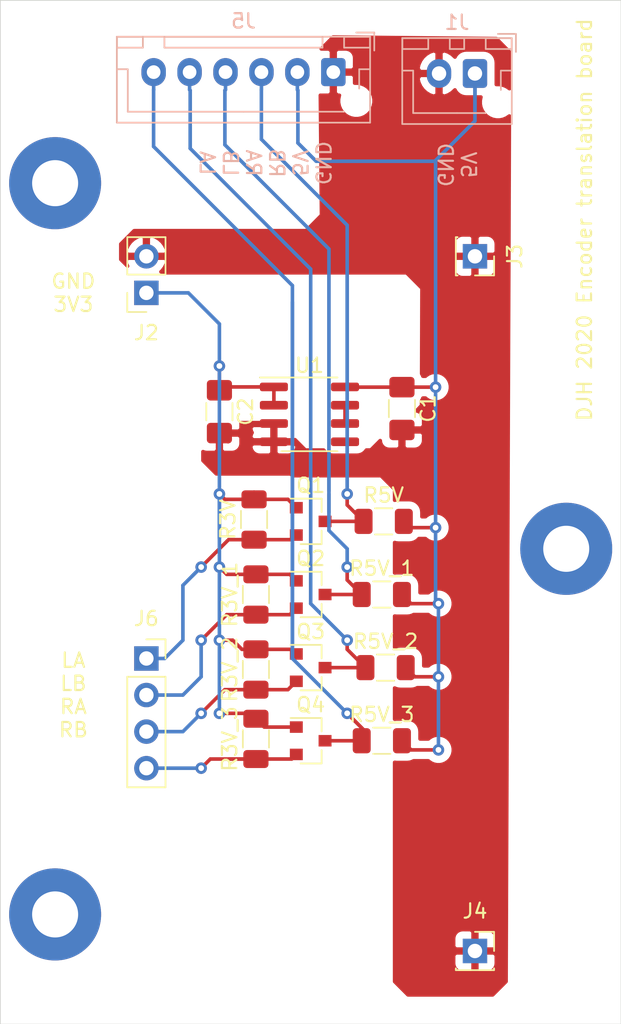
<source format=kicad_pcb>
(kicad_pcb (version 20171130) (host pcbnew "(5.1.8)-1")

  (general
    (thickness 1.6)
    (drawings 9)
    (tracks 151)
    (zones 0)
    (modules 24)
    (nets 13)
  )

  (page A4)
  (layers
    (0 F.Cu signal)
    (31 B.Cu signal)
    (32 B.Adhes user)
    (33 F.Adhes user)
    (34 B.Paste user)
    (35 F.Paste user)
    (36 B.SilkS user)
    (37 F.SilkS user)
    (38 B.Mask user)
    (39 F.Mask user)
    (40 Dwgs.User user)
    (41 Cmts.User user)
    (42 Eco1.User user)
    (43 Eco2.User user)
    (44 Edge.Cuts user)
    (45 Margin user)
    (46 B.CrtYd user)
    (47 F.CrtYd user)
    (48 B.Fab user)
    (49 F.Fab user)
  )

  (setup
    (last_trace_width 0.25)
    (trace_clearance 0.2)
    (zone_clearance 0.508)
    (zone_45_only no)
    (trace_min 0.2)
    (via_size 0.8)
    (via_drill 0.4)
    (via_min_size 0.4)
    (via_min_drill 0.3)
    (uvia_size 0.3)
    (uvia_drill 0.1)
    (uvias_allowed no)
    (uvia_min_size 0.2)
    (uvia_min_drill 0.1)
    (edge_width 0.05)
    (segment_width 0.2)
    (pcb_text_width 0.3)
    (pcb_text_size 1.5 1.5)
    (mod_edge_width 0.12)
    (mod_text_size 1 1)
    (mod_text_width 0.15)
    (pad_size 1.524 1.524)
    (pad_drill 0.762)
    (pad_to_mask_clearance 0.051)
    (solder_mask_min_width 0.25)
    (aux_axis_origin 0 0)
    (visible_elements 7FFFF7FF)
    (pcbplotparams
      (layerselection 0x010fc_ffffffff)
      (usegerberextensions false)
      (usegerberattributes false)
      (usegerberadvancedattributes false)
      (creategerberjobfile false)
      (excludeedgelayer true)
      (linewidth 0.100000)
      (plotframeref false)
      (viasonmask false)
      (mode 1)
      (useauxorigin false)
      (hpglpennumber 1)
      (hpglpenspeed 20)
      (hpglpendiameter 15.000000)
      (psnegative false)
      (psa4output false)
      (plotreference true)
      (plotvalue true)
      (plotinvisibletext false)
      (padsonsilk false)
      (subtractmaskfromsilk false)
      (outputformat 1)
      (mirror false)
      (drillshape 0)
      (scaleselection 1)
      (outputdirectory "C:/Users/Dave/Documents/SKIDL/skidl2/skidl2/fabrication/"))
  )

  (net 0 "")
  (net 1 GND)
  (net 2 5V)
  (net 3 3V3)
  (net 4 high_in3)
  (net 5 high_in2)
  (net 6 high_in1)
  (net 7 high_in0)
  (net 8 low_out3)
  (net 9 low_out2)
  (net 10 low_out1)
  (net 11 low_out0)
  (net 12 N$9)

  (net_class Default "This is the default net class."
    (clearance 0.2)
    (trace_width 0.25)
    (via_dia 0.8)
    (via_drill 0.4)
    (uvia_dia 0.3)
    (uvia_drill 0.1)
    (add_net 3V3)
    (add_net 5V)
    (add_net GND)
    (add_net N$9)
    (add_net high_in0)
    (add_net high_in1)
    (add_net high_in2)
    (add_net high_in3)
    (add_net low_out0)
    (add_net low_out1)
    (add_net low_out2)
    (add_net low_out3)
  )

  (module MountingHole:MountingHole_3.2mm_M3_Pad (layer F.Cu) (tedit 56D1B4CB) (tstamp 5FBA681A)
    (at 148.59 90.17)
    (descr "Mounting Hole 3.2mm, M3")
    (tags "mounting hole 3.2mm m3")
    (attr virtual)
    (fp_text reference " " (at 0 -4.2) (layer F.SilkS)
      (effects (font (size 1 1) (thickness 0.15)))
    )
    (fp_text value Mount (at 0 4.2) (layer F.Fab)
      (effects (font (size 1 1) (thickness 0.15)))
    )
    (fp_circle (center 0 0) (end 3.2 0) (layer Cmts.User) (width 0.15))
    (fp_circle (center 0 0) (end 3.45 0) (layer F.CrtYd) (width 0.05))
    (fp_text user %R (at 0.3 0) (layer F.Fab)
      (effects (font (size 1 1) (thickness 0.15)))
    )
    (pad 1 thru_hole circle (at 0 0) (size 6.4 6.4) (drill 3.2) (layers *.Cu *.Mask))
  )

  (module MountingHole:MountingHole_3.2mm_M3_Pad (layer F.Cu) (tedit 56D1B4CB) (tstamp 5FBA6813)
    (at 113.03 64.77)
    (descr "Mounting Hole 3.2mm, M3")
    (tags "mounting hole 3.2mm m3")
    (attr virtual)
    (fp_text reference " " (at 0 -4.2) (layer F.SilkS)
      (effects (font (size 1 1) (thickness 0.15)))
    )
    (fp_text value Mount (at 0 4.2) (layer F.Fab)
      (effects (font (size 1 1) (thickness 0.15)))
    )
    (fp_circle (center 0 0) (end 3.2 0) (layer Cmts.User) (width 0.15))
    (fp_circle (center 0 0) (end 3.45 0) (layer F.CrtYd) (width 0.05))
    (fp_text user %R (at 0.3 0) (layer F.Fab)
      (effects (font (size 1 1) (thickness 0.15)))
    )
    (pad 1 thru_hole circle (at 0 0) (size 6.4 6.4) (drill 3.2) (layers *.Cu *.Mask))
  )

  (module Connector_JST:JST_XH_B6B-XH-AM_1x06_P2.50mm_Vertical (layer B.Cu) (tedit 5C28146E) (tstamp 5FBA67E6)
    (at 132.385 57.055 180)
    (descr "JST XH series connector, B6B-XH-AM, with boss (http://www.jst-mfg.com/product/pdf/eng/eXH.pdf), generated with kicad-footprint-generator")
    (tags "connector JST XH vertical boss")
    (path /top/9530174252647919587)
    (fp_text reference J5 (at 6.25 3.55) (layer B.SilkS)
      (effects (font (size 1 1) (thickness 0.15)) (justify mirror))
    )
    (fp_text value Conn_01x06_Male (at 6.25 -4.6) (layer B.Fab)
      (effects (font (size 1 1) (thickness 0.15)) (justify mirror))
    )
    (fp_line (start -2.45 2.35) (end -2.45 -3.4) (layer B.Fab) (width 0.1))
    (fp_line (start -2.45 -3.4) (end 14.95 -3.4) (layer B.Fab) (width 0.1))
    (fp_line (start 14.95 -3.4) (end 14.95 2.35) (layer B.Fab) (width 0.1))
    (fp_line (start 14.95 2.35) (end -2.45 2.35) (layer B.Fab) (width 0.1))
    (fp_line (start -2.56 2.46) (end -2.56 -3.51) (layer B.SilkS) (width 0.12))
    (fp_line (start -2.56 -3.51) (end 15.06 -3.51) (layer B.SilkS) (width 0.12))
    (fp_line (start 15.06 -3.51) (end 15.06 2.46) (layer B.SilkS) (width 0.12))
    (fp_line (start 15.06 2.46) (end -2.56 2.46) (layer B.SilkS) (width 0.12))
    (fp_line (start -2.95 2.85) (end -2.95 -3.9) (layer B.CrtYd) (width 0.05))
    (fp_line (start -2.95 -3.9) (end 15.45 -3.9) (layer B.CrtYd) (width 0.05))
    (fp_line (start 15.45 -3.9) (end 15.45 2.85) (layer B.CrtYd) (width 0.05))
    (fp_line (start 15.45 2.85) (end -2.95 2.85) (layer B.CrtYd) (width 0.05))
    (fp_line (start -0.625 2.35) (end 0 1.35) (layer B.Fab) (width 0.1))
    (fp_line (start 0 1.35) (end 0.625 2.35) (layer B.Fab) (width 0.1))
    (fp_line (start 0.75 2.45) (end 0.75 1.7) (layer B.SilkS) (width 0.12))
    (fp_line (start 0.75 1.7) (end 11.75 1.7) (layer B.SilkS) (width 0.12))
    (fp_line (start 11.75 1.7) (end 11.75 2.45) (layer B.SilkS) (width 0.12))
    (fp_line (start 11.75 2.45) (end 0.75 2.45) (layer B.SilkS) (width 0.12))
    (fp_line (start -2.55 2.45) (end -2.55 1.7) (layer B.SilkS) (width 0.12))
    (fp_line (start -2.55 1.7) (end -0.75 1.7) (layer B.SilkS) (width 0.12))
    (fp_line (start -0.75 1.7) (end -0.75 2.45) (layer B.SilkS) (width 0.12))
    (fp_line (start -0.75 2.45) (end -2.55 2.45) (layer B.SilkS) (width 0.12))
    (fp_line (start 13.25 2.45) (end 13.25 1.7) (layer B.SilkS) (width 0.12))
    (fp_line (start 13.25 1.7) (end 15.05 1.7) (layer B.SilkS) (width 0.12))
    (fp_line (start 15.05 1.7) (end 15.05 2.45) (layer B.SilkS) (width 0.12))
    (fp_line (start 15.05 2.45) (end 13.25 2.45) (layer B.SilkS) (width 0.12))
    (fp_line (start -2.55 0.2) (end -1.8 0.2) (layer B.SilkS) (width 0.12))
    (fp_line (start -1.8 0.2) (end -1.8 -1.14) (layer B.SilkS) (width 0.12))
    (fp_line (start 6.25 -2.75) (end -0.74 -2.75) (layer B.SilkS) (width 0.12))
    (fp_line (start 15.05 0.2) (end 14.3 0.2) (layer B.SilkS) (width 0.12))
    (fp_line (start 14.3 0.2) (end 14.3 -2.75) (layer B.SilkS) (width 0.12))
    (fp_line (start 14.3 -2.75) (end 6.25 -2.75) (layer B.SilkS) (width 0.12))
    (fp_line (start -1.6 2.75) (end -2.85 2.75) (layer B.SilkS) (width 0.12))
    (fp_line (start -2.85 2.75) (end -2.85 1.5) (layer B.SilkS) (width 0.12))
    (fp_text user %R (at 6.25 -2.7) (layer B.Fab)
      (effects (font (size 1 1) (thickness 0.15)) (justify mirror))
    )
    (pad "" np_thru_hole circle (at -1.6 -2 180) (size 1.2 1.2) (drill 1.2) (layers *.Cu *.Mask))
    (pad 6 thru_hole oval (at 12.5 0 180) (size 1.7 1.95) (drill 0.95) (layers *.Cu *.Mask)
      (net 4 high_in3))
    (pad 5 thru_hole oval (at 10 0 180) (size 1.7 1.95) (drill 0.95) (layers *.Cu *.Mask)
      (net 5 high_in2))
    (pad 4 thru_hole oval (at 7.5 0 180) (size 1.7 1.95) (drill 0.95) (layers *.Cu *.Mask)
      (net 6 high_in1))
    (pad 3 thru_hole oval (at 5 0 180) (size 1.7 1.95) (drill 0.95) (layers *.Cu *.Mask)
      (net 7 high_in0))
    (pad 2 thru_hole oval (at 2.5 0 180) (size 1.7 1.95) (drill 0.95) (layers *.Cu *.Mask)
      (net 2 5V))
    (pad 1 thru_hole roundrect (at 0 0 180) (size 1.7 1.95) (drill 0.95) (layers *.Cu *.Mask) (roundrect_rratio 0.147059)
      (net 1 GND))
    (model ${KISYS3DMOD}/Connector_JST.3dshapes/JST_XH_B6B-XH-AM_1x06_P2.50mm_Vertical.wrl
      (at (xyz 0 0 0))
      (scale (xyz 1 1 1))
      (rotate (xyz 0 0 0))
    )
  )

  (module Connector_PinSocket_2.54mm:PinSocket_1x01_P2.54mm_Vertical (layer F.Cu) (tedit 5A19A434) (tstamp 5FBA6BC6)
    (at 142.24 118.11)
    (descr "Through hole straight socket strip, 1x01, 2.54mm pitch, single row (from Kicad 4.0.7), script generated")
    (tags "Through hole socket strip THT 1x01 2.54mm single row")
    (path /top/3387771450539081171)
    (fp_text reference J4 (at 0 -2.77) (layer F.SilkS)
      (effects (font (size 1 1) (thickness 0.15)))
    )
    (fp_text value Support (at -3.175 0 90) (layer F.Fab)
      (effects (font (size 1 1) (thickness 0.15)))
    )
    (fp_line (start -1.27 -1.27) (end 0.635 -1.27) (layer F.Fab) (width 0.1))
    (fp_line (start 0.635 -1.27) (end 1.27 -0.635) (layer F.Fab) (width 0.1))
    (fp_line (start 1.27 -0.635) (end 1.27 1.27) (layer F.Fab) (width 0.1))
    (fp_line (start 1.27 1.27) (end -1.27 1.27) (layer F.Fab) (width 0.1))
    (fp_line (start -1.27 1.27) (end -1.27 -1.27) (layer F.Fab) (width 0.1))
    (fp_line (start -1.33 1.33) (end 1.33 1.33) (layer F.SilkS) (width 0.12))
    (fp_line (start -1.33 1.21) (end -1.33 1.33) (layer F.SilkS) (width 0.12))
    (fp_line (start 1.33 1.21) (end 1.33 1.33) (layer F.SilkS) (width 0.12))
    (fp_line (start 1.33 -1.33) (end 1.33 0) (layer F.SilkS) (width 0.12))
    (fp_line (start 0 -1.33) (end 1.33 -1.33) (layer F.SilkS) (width 0.12))
    (fp_line (start -1.8 -1.8) (end 1.75 -1.8) (layer F.CrtYd) (width 0.05))
    (fp_line (start 1.75 -1.8) (end 1.75 1.75) (layer F.CrtYd) (width 0.05))
    (fp_line (start 1.75 1.75) (end -1.8 1.75) (layer F.CrtYd) (width 0.05))
    (fp_line (start -1.8 1.75) (end -1.8 -1.8) (layer F.CrtYd) (width 0.05))
    (fp_text user %R (at 0 0) (layer F.Fab)
      (effects (font (size 1 1) (thickness 0.15)))
    )
    (pad 1 thru_hole rect (at 0 0) (size 1.7 1.7) (drill 1) (layers *.Cu *.Mask)
      (net 1 GND))
    (model ${KISYS3DMOD}/Connector_PinSocket_2.54mm.3dshapes/PinSocket_1x01_P2.54mm_Vertical.wrl
      (at (xyz 0 0 0))
      (scale (xyz 1 1 1))
      (rotate (xyz 0 0 0))
    )
  )

  (module Connector_PinSocket_2.54mm:PinSocket_1x01_P2.54mm_Vertical (layer F.Cu) (tedit 5A19A434) (tstamp 5FBA67C0)
    (at 142.24 69.85 270)
    (descr "Through hole straight socket strip, 1x01, 2.54mm pitch, single row (from Kicad 4.0.7), script generated")
    (tags "Through hole socket strip THT 1x01 2.54mm single row")
    (path /top/1854617205496199528)
    (fp_text reference J3 (at 0 -2.77 90) (layer F.SilkS)
      (effects (font (size 1 1) (thickness 0.15)))
    )
    (fp_text value Support (at 0 2.77 90) (layer F.Fab)
      (effects (font (size 1 1) (thickness 0.15)))
    )
    (fp_line (start -1.8 1.75) (end -1.8 -1.8) (layer F.CrtYd) (width 0.05))
    (fp_line (start 1.75 1.75) (end -1.8 1.75) (layer F.CrtYd) (width 0.05))
    (fp_line (start 1.75 -1.8) (end 1.75 1.75) (layer F.CrtYd) (width 0.05))
    (fp_line (start -1.8 -1.8) (end 1.75 -1.8) (layer F.CrtYd) (width 0.05))
    (fp_line (start 0 -1.33) (end 1.33 -1.33) (layer F.SilkS) (width 0.12))
    (fp_line (start 1.33 -1.33) (end 1.33 0) (layer F.SilkS) (width 0.12))
    (fp_line (start 1.33 1.21) (end 1.33 1.33) (layer F.SilkS) (width 0.12))
    (fp_line (start -1.33 1.21) (end -1.33 1.33) (layer F.SilkS) (width 0.12))
    (fp_line (start -1.33 1.33) (end 1.33 1.33) (layer F.SilkS) (width 0.12))
    (fp_line (start -1.27 1.27) (end -1.27 -1.27) (layer F.Fab) (width 0.1))
    (fp_line (start 1.27 1.27) (end -1.27 1.27) (layer F.Fab) (width 0.1))
    (fp_line (start 1.27 -0.635) (end 1.27 1.27) (layer F.Fab) (width 0.1))
    (fp_line (start 0.635 -1.27) (end 1.27 -0.635) (layer F.Fab) (width 0.1))
    (fp_line (start -1.27 -1.27) (end 0.635 -1.27) (layer F.Fab) (width 0.1))
    (fp_text user %R (at 0 0 90) (layer F.Fab)
      (effects (font (size 1 1) (thickness 0.15)))
    )
    (pad 1 thru_hole rect (at 0 0 270) (size 1.7 1.7) (drill 1) (layers *.Cu *.Mask)
      (net 1 GND))
    (model ${KISYS3DMOD}/Connector_PinSocket_2.54mm.3dshapes/PinSocket_1x01_P2.54mm_Vertical.wrl
      (at (xyz 0 0 0))
      (scale (xyz 1 1 1))
      (rotate (xyz 0 0 0))
    )
  )

  (module Connector_PinSocket_2.54mm:PinSocket_1x04_P2.54mm_Vertical (layer F.Cu) (tedit 5A19A429) (tstamp 5FBA67A9)
    (at 119.38 97.79)
    (descr "Through hole straight socket strip, 1x04, 2.54mm pitch, single row (from Kicad 4.0.7), script generated")
    (tags "Through hole socket strip THT 1x04 2.54mm single row")
    (path /top/9094086382656486379)
    (fp_text reference J6 (at 0 -2.77) (layer F.SilkS)
      (effects (font (size 1 1) (thickness 0.15)))
    )
    (fp_text value PSOC_enc (at -2.794 2.921 90) (layer F.Fab)
      (effects (font (size 1 1) (thickness 0.15)))
    )
    (fp_line (start -1.27 -1.27) (end 0.635 -1.27) (layer F.Fab) (width 0.1))
    (fp_line (start 0.635 -1.27) (end 1.27 -0.635) (layer F.Fab) (width 0.1))
    (fp_line (start 1.27 -0.635) (end 1.27 8.89) (layer F.Fab) (width 0.1))
    (fp_line (start 1.27 8.89) (end -1.27 8.89) (layer F.Fab) (width 0.1))
    (fp_line (start -1.27 8.89) (end -1.27 -1.27) (layer F.Fab) (width 0.1))
    (fp_line (start -1.33 1.27) (end 1.33 1.27) (layer F.SilkS) (width 0.12))
    (fp_line (start -1.33 1.27) (end -1.33 8.95) (layer F.SilkS) (width 0.12))
    (fp_line (start -1.33 8.95) (end 1.33 8.95) (layer F.SilkS) (width 0.12))
    (fp_line (start 1.33 1.27) (end 1.33 8.95) (layer F.SilkS) (width 0.12))
    (fp_line (start 1.33 -1.33) (end 1.33 0) (layer F.SilkS) (width 0.12))
    (fp_line (start 0 -1.33) (end 1.33 -1.33) (layer F.SilkS) (width 0.12))
    (fp_line (start -1.8 -1.8) (end 1.75 -1.8) (layer F.CrtYd) (width 0.05))
    (fp_line (start 1.75 -1.8) (end 1.75 9.4) (layer F.CrtYd) (width 0.05))
    (fp_line (start 1.75 9.4) (end -1.8 9.4) (layer F.CrtYd) (width 0.05))
    (fp_line (start -1.8 9.4) (end -1.8 -1.8) (layer F.CrtYd) (width 0.05))
    (fp_text user %R (at 0 3.81 90) (layer F.Fab)
      (effects (font (size 1 1) (thickness 0.15)))
    )
    (pad 4 thru_hole oval (at 0 7.62) (size 1.7 1.7) (drill 1) (layers *.Cu *.Mask)
      (net 8 low_out3))
    (pad 3 thru_hole oval (at 0 5.08) (size 1.7 1.7) (drill 1) (layers *.Cu *.Mask)
      (net 9 low_out2))
    (pad 2 thru_hole oval (at 0 2.54) (size 1.7 1.7) (drill 1) (layers *.Cu *.Mask)
      (net 10 low_out1))
    (pad 1 thru_hole rect (at 0 0) (size 1.7 1.7) (drill 1) (layers *.Cu *.Mask)
      (net 11 low_out0))
    (model ${KISYS3DMOD}/Connector_PinSocket_2.54mm.3dshapes/PinSocket_1x04_P2.54mm_Vertical.wrl
      (at (xyz 0 0 0))
      (scale (xyz 1 1 1))
      (rotate (xyz 0 0 0))
    )
  )

  (module Connector_PinSocket_2.54mm:PinSocket_1x02_P2.54mm_Vertical (layer F.Cu) (tedit 5A19A420) (tstamp 5FBA6794)
    (at 119.38 72.39 180)
    (descr "Through hole straight socket strip, 1x02, 2.54mm pitch, single row (from Kicad 4.0.7), script generated")
    (tags "Through hole socket strip THT 1x02 2.54mm single row")
    (path /top/1260952731343035451)
    (fp_text reference J2 (at 0 -2.77) (layer F.SilkS)
      (effects (font (size 1 1) (thickness 0.15)))
    )
    (fp_text value PSOC_Power (at -2.54 1.27 90) (layer F.Fab)
      (effects (font (size 1 1) (thickness 0.15)))
    )
    (fp_line (start -1.27 -1.27) (end 0.635 -1.27) (layer F.Fab) (width 0.1))
    (fp_line (start 0.635 -1.27) (end 1.27 -0.635) (layer F.Fab) (width 0.1))
    (fp_line (start 1.27 -0.635) (end 1.27 3.81) (layer F.Fab) (width 0.1))
    (fp_line (start 1.27 3.81) (end -1.27 3.81) (layer F.Fab) (width 0.1))
    (fp_line (start -1.27 3.81) (end -1.27 -1.27) (layer F.Fab) (width 0.1))
    (fp_line (start -1.33 1.27) (end 1.33 1.27) (layer F.SilkS) (width 0.12))
    (fp_line (start -1.33 1.27) (end -1.33 3.87) (layer F.SilkS) (width 0.12))
    (fp_line (start -1.33 3.87) (end 1.33 3.87) (layer F.SilkS) (width 0.12))
    (fp_line (start 1.33 1.27) (end 1.33 3.87) (layer F.SilkS) (width 0.12))
    (fp_line (start 1.33 -1.33) (end 1.33 0) (layer F.SilkS) (width 0.12))
    (fp_line (start 0 -1.33) (end 1.33 -1.33) (layer F.SilkS) (width 0.12))
    (fp_line (start -1.8 -1.8) (end 1.75 -1.8) (layer F.CrtYd) (width 0.05))
    (fp_line (start 1.75 -1.8) (end 1.75 4.3) (layer F.CrtYd) (width 0.05))
    (fp_line (start 1.75 4.3) (end -1.8 4.3) (layer F.CrtYd) (width 0.05))
    (fp_line (start -1.8 4.3) (end -1.8 -1.8) (layer F.CrtYd) (width 0.05))
    (fp_text user %R (at 0 1.27 90) (layer F.Fab)
      (effects (font (size 1 1) (thickness 0.15)))
    )
    (pad 2 thru_hole oval (at 0 2.54 180) (size 1.7 1.7) (drill 1) (layers *.Cu *.Mask)
      (net 1 GND))
    (pad 1 thru_hole rect (at 0 0 180) (size 1.7 1.7) (drill 1) (layers *.Cu *.Mask)
      (net 3 3V3))
    (model ${KISYS3DMOD}/Connector_PinSocket_2.54mm.3dshapes/PinSocket_1x02_P2.54mm_Vertical.wrl
      (at (xyz 0 0 0))
      (scale (xyz 1 1 1))
      (rotate (xyz 0 0 0))
    )
  )

  (module Connector_JST:JST_XH_B2B-XH-AM_1x02_P2.50mm_Vertical (layer B.Cu) (tedit 5C28146E) (tstamp 5FBA676B)
    (at 142.24 57.15 180)
    (descr "JST XH series connector, B2B-XH-AM, with boss (http://www.jst-mfg.com/product/pdf/eng/eXH.pdf), generated with kicad-footprint-generator")
    (tags "connector JST XH vertical boss")
    (path /top/6320230618832857384)
    (fp_text reference J1 (at 1.25 3.55) (layer B.SilkS)
      (effects (font (size 1 1) (thickness 0.15)) (justify mirror))
    )
    (fp_text value Conn_01x02_Male (at 1.25 -4.6) (layer B.Fab)
      (effects (font (size 1 1) (thickness 0.15)) (justify mirror))
    )
    (fp_line (start -2.45 2.35) (end -2.45 -3.4) (layer B.Fab) (width 0.1))
    (fp_line (start -2.45 -3.4) (end 4.95 -3.4) (layer B.Fab) (width 0.1))
    (fp_line (start 4.95 -3.4) (end 4.95 2.35) (layer B.Fab) (width 0.1))
    (fp_line (start 4.95 2.35) (end -2.45 2.35) (layer B.Fab) (width 0.1))
    (fp_line (start -2.56 2.46) (end -2.56 -3.51) (layer B.SilkS) (width 0.12))
    (fp_line (start -2.56 -3.51) (end 5.06 -3.51) (layer B.SilkS) (width 0.12))
    (fp_line (start 5.06 -3.51) (end 5.06 2.46) (layer B.SilkS) (width 0.12))
    (fp_line (start 5.06 2.46) (end -2.56 2.46) (layer B.SilkS) (width 0.12))
    (fp_line (start -2.95 2.85) (end -2.95 -3.9) (layer B.CrtYd) (width 0.05))
    (fp_line (start -2.95 -3.9) (end 5.45 -3.9) (layer B.CrtYd) (width 0.05))
    (fp_line (start 5.45 -3.9) (end 5.45 2.85) (layer B.CrtYd) (width 0.05))
    (fp_line (start 5.45 2.85) (end -2.95 2.85) (layer B.CrtYd) (width 0.05))
    (fp_line (start -0.625 2.35) (end 0 1.35) (layer B.Fab) (width 0.1))
    (fp_line (start 0 1.35) (end 0.625 2.35) (layer B.Fab) (width 0.1))
    (fp_line (start 0.75 2.45) (end 0.75 1.7) (layer B.SilkS) (width 0.12))
    (fp_line (start 0.75 1.7) (end 1.75 1.7) (layer B.SilkS) (width 0.12))
    (fp_line (start 1.75 1.7) (end 1.75 2.45) (layer B.SilkS) (width 0.12))
    (fp_line (start 1.75 2.45) (end 0.75 2.45) (layer B.SilkS) (width 0.12))
    (fp_line (start -2.55 2.45) (end -2.55 1.7) (layer B.SilkS) (width 0.12))
    (fp_line (start -2.55 1.7) (end -0.75 1.7) (layer B.SilkS) (width 0.12))
    (fp_line (start -0.75 1.7) (end -0.75 2.45) (layer B.SilkS) (width 0.12))
    (fp_line (start -0.75 2.45) (end -2.55 2.45) (layer B.SilkS) (width 0.12))
    (fp_line (start 3.25 2.45) (end 3.25 1.7) (layer B.SilkS) (width 0.12))
    (fp_line (start 3.25 1.7) (end 5.05 1.7) (layer B.SilkS) (width 0.12))
    (fp_line (start 5.05 1.7) (end 5.05 2.45) (layer B.SilkS) (width 0.12))
    (fp_line (start 5.05 2.45) (end 3.25 2.45) (layer B.SilkS) (width 0.12))
    (fp_line (start -2.55 0.2) (end -1.8 0.2) (layer B.SilkS) (width 0.12))
    (fp_line (start -1.8 0.2) (end -1.8 -1.14) (layer B.SilkS) (width 0.12))
    (fp_line (start 1.25 -2.75) (end -0.74 -2.75) (layer B.SilkS) (width 0.12))
    (fp_line (start 5.05 0.2) (end 4.3 0.2) (layer B.SilkS) (width 0.12))
    (fp_line (start 4.3 0.2) (end 4.3 -2.75) (layer B.SilkS) (width 0.12))
    (fp_line (start 4.3 -2.75) (end 1.25 -2.75) (layer B.SilkS) (width 0.12))
    (fp_line (start -1.6 2.75) (end -2.85 2.75) (layer B.SilkS) (width 0.12))
    (fp_line (start -2.85 2.75) (end -2.85 1.5) (layer B.SilkS) (width 0.12))
    (fp_text user %R (at 1.25 -2.7) (layer B.Fab)
      (effects (font (size 1 1) (thickness 0.15)) (justify mirror))
    )
    (pad "" np_thru_hole circle (at -1.6 -2 180) (size 1.2 1.2) (drill 1.2) (layers *.Cu *.Mask))
    (pad 2 thru_hole oval (at 2.5 0 180) (size 1.7 2) (drill 1) (layers *.Cu *.Mask)
      (net 1 GND))
    (pad 1 thru_hole roundrect (at 0 0 180) (size 1.7 2) (drill 1) (layers *.Cu *.Mask) (roundrect_rratio 0.147059)
      (net 2 5V))
    (model ${KISYS3DMOD}/Connector_JST.3dshapes/JST_XH_B2B-XH-AM_1x02_P2.50mm_Vertical.wrl
      (at (xyz 0 0 0))
      (scale (xyz 1 1 1))
      (rotate (xyz 0 0 0))
    )
  )

  (module MountingHole:MountingHole_3.2mm_M3_Pad (layer F.Cu) (tedit 56D1B4CB) (tstamp 5FBA6764)
    (at 113.03 115.57)
    (descr "Mounting Hole 3.2mm, M3")
    (tags "mounting hole 3.2mm m3")
    (attr virtual)
    (fp_text reference " " (at 0 -4.2) (layer F.SilkS)
      (effects (font (size 1 1) (thickness 0.15)))
    )
    (fp_text value Mount (at 0 4.2) (layer F.Fab)
      (effects (font (size 1 1) (thickness 0.15)))
    )
    (fp_circle (center 0 0) (end 3.45 0) (layer F.CrtYd) (width 0.05))
    (fp_circle (center 0 0) (end 3.2 0) (layer Cmts.User) (width 0.15))
    (fp_text user %R (at 0.3 0) (layer F.Fab)
      (effects (font (size 1 1) (thickness 0.15)))
    )
    (pad 1 thru_hole circle (at 0 0) (size 6.4 6.4) (drill 3.2) (layers *.Cu *.Mask))
  )

  (module Package_TO_SOT_SMD:SOT-23 (layer F.Cu) (tedit 5A02FF57) (tstamp 5FBA6750)
    (at 130.81 93.345)
    (descr "SOT-23, Standard")
    (tags SOT-23)
    (path /top/create_voltage_translator1/859007873969496439)
    (attr smd)
    (fp_text reference Q2 (at 0 -2.5) (layer F.SilkS)
      (effects (font (size 1 1) (thickness 0.15)))
    )
    (fp_text value BSS138 (at 0 2.5) (layer F.Fab)
      (effects (font (size 1 1) (thickness 0.15)))
    )
    (fp_line (start 0.76 1.58) (end -0.7 1.58) (layer F.SilkS) (width 0.12))
    (fp_line (start 0.76 -1.58) (end -1.4 -1.58) (layer F.SilkS) (width 0.12))
    (fp_line (start -1.7 1.75) (end -1.7 -1.75) (layer F.CrtYd) (width 0.05))
    (fp_line (start 1.7 1.75) (end -1.7 1.75) (layer F.CrtYd) (width 0.05))
    (fp_line (start 1.7 -1.75) (end 1.7 1.75) (layer F.CrtYd) (width 0.05))
    (fp_line (start -1.7 -1.75) (end 1.7 -1.75) (layer F.CrtYd) (width 0.05))
    (fp_line (start 0.76 -1.58) (end 0.76 -0.65) (layer F.SilkS) (width 0.12))
    (fp_line (start 0.76 1.58) (end 0.76 0.65) (layer F.SilkS) (width 0.12))
    (fp_line (start -0.7 1.52) (end 0.7 1.52) (layer F.Fab) (width 0.1))
    (fp_line (start 0.7 -1.52) (end 0.7 1.52) (layer F.Fab) (width 0.1))
    (fp_line (start -0.7 -0.95) (end -0.15 -1.52) (layer F.Fab) (width 0.1))
    (fp_line (start -0.15 -1.52) (end 0.7 -1.52) (layer F.Fab) (width 0.1))
    (fp_line (start -0.7 -0.95) (end -0.7 1.5) (layer F.Fab) (width 0.1))
    (fp_text user %R (at 0 0 90) (layer F.Fab)
      (effects (font (size 0.5 0.5) (thickness 0.075)))
    )
    (pad 1 smd rect (at -1 -0.95) (size 0.9 0.8) (layers F.Cu F.Paste F.Mask)
      (net 3 3V3))
    (pad 2 smd rect (at -1 0.95) (size 0.9 0.8) (layers F.Cu F.Paste F.Mask)
      (net 10 low_out1))
    (pad 3 smd rect (at 1 0) (size 0.9 0.8) (layers F.Cu F.Paste F.Mask)
      (net 6 high_in1))
    (model ${KISYS3DMOD}/Package_TO_SOT_SMD.3dshapes/SOT-23.wrl
      (at (xyz 0 0 0))
      (scale (xyz 1 1 1))
      (rotate (xyz 0 0 0))
    )
  )

  (module Capacitor_SMD:C_1206_3216Metric_Pad1.42x1.75mm_HandSolder (layer F.Cu) (tedit 5B301BBE) (tstamp 5FBA6740)
    (at 137.16 80.4275 270)
    (descr "Capacitor SMD 1206 (3216 Metric), square (rectangular) end terminal, IPC_7351 nominal with elongated pad for handsoldering. (Body size source: http://www.tortai-tech.com/upload/download/2011102023233369053.pdf), generated with kicad-footprint-generator")
    (tags "capacitor handsolder")
    (path /top/create_LP2951_3v30/18183780474588907563)
    (attr smd)
    (fp_text reference C1 (at 0 -1.82 90) (layer F.SilkS)
      (effects (font (size 1 1) (thickness 0.15)))
    )
    (fp_text value 10uF (at 0 1.82 90) (layer F.Fab)
      (effects (font (size 1 1) (thickness 0.15)))
    )
    (fp_line (start -1.6 0.8) (end -1.6 -0.8) (layer F.Fab) (width 0.1))
    (fp_line (start -1.6 -0.8) (end 1.6 -0.8) (layer F.Fab) (width 0.1))
    (fp_line (start 1.6 -0.8) (end 1.6 0.8) (layer F.Fab) (width 0.1))
    (fp_line (start 1.6 0.8) (end -1.6 0.8) (layer F.Fab) (width 0.1))
    (fp_line (start -0.602064 -0.91) (end 0.602064 -0.91) (layer F.SilkS) (width 0.12))
    (fp_line (start -0.602064 0.91) (end 0.602064 0.91) (layer F.SilkS) (width 0.12))
    (fp_line (start -2.45 1.12) (end -2.45 -1.12) (layer F.CrtYd) (width 0.05))
    (fp_line (start -2.45 -1.12) (end 2.45 -1.12) (layer F.CrtYd) (width 0.05))
    (fp_line (start 2.45 -1.12) (end 2.45 1.12) (layer F.CrtYd) (width 0.05))
    (fp_line (start 2.45 1.12) (end -2.45 1.12) (layer F.CrtYd) (width 0.05))
    (fp_text user %R (at 0 0 90) (layer F.Fab)
      (effects (font (size 0.8 0.8) (thickness 0.12)))
    )
    (pad 2 smd roundrect (at 1.4875 0 270) (size 1.425 1.75) (layers F.Cu F.Paste F.Mask) (roundrect_rratio 0.175439)
      (net 1 GND))
    (pad 1 smd roundrect (at -1.4875 0 270) (size 1.425 1.75) (layers F.Cu F.Paste F.Mask) (roundrect_rratio 0.175439)
      (net 2 5V))
    (model ${KISYS3DMOD}/Capacitor_SMD.3dshapes/C_1206_3216Metric.wrl
      (at (xyz 0 0 0))
      (scale (xyz 1 1 1))
      (rotate (xyz 0 0 0))
    )
  )

  (module Resistor_SMD:R_1206_3216Metric (layer F.Cu) (tedit 5B301BBD) (tstamp 5FBA6730)
    (at 127 103.375 90)
    (descr "Resistor SMD 1206 (3216 Metric), square (rectangular) end terminal, IPC_7351 nominal, (Body size source: http://www.tortai-tech.com/upload/download/2011102023233369053.pdf), generated with kicad-footprint-generator")
    (tags resistor)
    (path /top/create_voltage_translator3/15296550071452386522)
    (attr smd)
    (fp_text reference R3V_3 (at 0 -1.82 90) (layer F.SilkS)
      (effects (font (size 1 1) (thickness 0.15)))
    )
    (fp_text value 10k (at 0 1.82 90) (layer F.Fab)
      (effects (font (size 1 1) (thickness 0.15)))
    )
    (fp_line (start 2.28 1.12) (end -2.28 1.12) (layer F.CrtYd) (width 0.05))
    (fp_line (start 2.28 -1.12) (end 2.28 1.12) (layer F.CrtYd) (width 0.05))
    (fp_line (start -2.28 -1.12) (end 2.28 -1.12) (layer F.CrtYd) (width 0.05))
    (fp_line (start -2.28 1.12) (end -2.28 -1.12) (layer F.CrtYd) (width 0.05))
    (fp_line (start -0.602064 0.91) (end 0.602064 0.91) (layer F.SilkS) (width 0.12))
    (fp_line (start -0.602064 -0.91) (end 0.602064 -0.91) (layer F.SilkS) (width 0.12))
    (fp_line (start 1.6 0.8) (end -1.6 0.8) (layer F.Fab) (width 0.1))
    (fp_line (start 1.6 -0.8) (end 1.6 0.8) (layer F.Fab) (width 0.1))
    (fp_line (start -1.6 -0.8) (end 1.6 -0.8) (layer F.Fab) (width 0.1))
    (fp_line (start -1.6 0.8) (end -1.6 -0.8) (layer F.Fab) (width 0.1))
    (fp_text user %R (at 0 0 90) (layer F.Fab)
      (effects (font (size 0.8 0.8) (thickness 0.12)))
    )
    (pad 1 smd roundrect (at -1.4 0 90) (size 1.25 1.75) (layers F.Cu F.Paste F.Mask) (roundrect_rratio 0.2)
      (net 8 low_out3))
    (pad 2 smd roundrect (at 1.4 0 90) (size 1.25 1.75) (layers F.Cu F.Paste F.Mask) (roundrect_rratio 0.2)
      (net 3 3V3))
    (model ${KISYS3DMOD}/Resistor_SMD.3dshapes/R_1206_3216Metric.wrl
      (at (xyz 0 0 0))
      (scale (xyz 1 1 1))
      (rotate (xyz 0 0 0))
    )
  )

  (module Package_TO_SOT_SMD:SOT-23 (layer F.Cu) (tedit 5A02FF57) (tstamp 5FBA671C)
    (at 130.81 88.265)
    (descr "SOT-23, Standard")
    (tags SOT-23)
    (path /top/create_voltage_translator0/7488698139574566305)
    (attr smd)
    (fp_text reference Q1 (at 0 -2.5) (layer F.SilkS)
      (effects (font (size 1 1) (thickness 0.15)))
    )
    (fp_text value BSS138 (at 0 2.5) (layer F.Fab)
      (effects (font (size 1 1) (thickness 0.15)))
    )
    (fp_line (start -0.7 -0.95) (end -0.7 1.5) (layer F.Fab) (width 0.1))
    (fp_line (start -0.15 -1.52) (end 0.7 -1.52) (layer F.Fab) (width 0.1))
    (fp_line (start -0.7 -0.95) (end -0.15 -1.52) (layer F.Fab) (width 0.1))
    (fp_line (start 0.7 -1.52) (end 0.7 1.52) (layer F.Fab) (width 0.1))
    (fp_line (start -0.7 1.52) (end 0.7 1.52) (layer F.Fab) (width 0.1))
    (fp_line (start 0.76 1.58) (end 0.76 0.65) (layer F.SilkS) (width 0.12))
    (fp_line (start 0.76 -1.58) (end 0.76 -0.65) (layer F.SilkS) (width 0.12))
    (fp_line (start -1.7 -1.75) (end 1.7 -1.75) (layer F.CrtYd) (width 0.05))
    (fp_line (start 1.7 -1.75) (end 1.7 1.75) (layer F.CrtYd) (width 0.05))
    (fp_line (start 1.7 1.75) (end -1.7 1.75) (layer F.CrtYd) (width 0.05))
    (fp_line (start -1.7 1.75) (end -1.7 -1.75) (layer F.CrtYd) (width 0.05))
    (fp_line (start 0.76 -1.58) (end -1.4 -1.58) (layer F.SilkS) (width 0.12))
    (fp_line (start 0.76 1.58) (end -0.7 1.58) (layer F.SilkS) (width 0.12))
    (fp_text user %R (at 0 0 90) (layer F.Fab)
      (effects (font (size 0.5 0.5) (thickness 0.075)))
    )
    (pad 3 smd rect (at 1 0) (size 0.9 0.8) (layers F.Cu F.Paste F.Mask)
      (net 7 high_in0))
    (pad 2 smd rect (at -1 0.95) (size 0.9 0.8) (layers F.Cu F.Paste F.Mask)
      (net 11 low_out0))
    (pad 1 smd rect (at -1 -0.95) (size 0.9 0.8) (layers F.Cu F.Paste F.Mask)
      (net 3 3V3))
    (model ${KISYS3DMOD}/Package_TO_SOT_SMD.3dshapes/SOT-23.wrl
      (at (xyz 0 0 0))
      (scale (xyz 1 1 1))
      (rotate (xyz 0 0 0))
    )
  )

  (module Resistor_SMD:R_1206_3216Metric (layer F.Cu) (tedit 5B301BBD) (tstamp 5FBA670C)
    (at 135.76 103.505)
    (descr "Resistor SMD 1206 (3216 Metric), square (rectangular) end terminal, IPC_7351 nominal, (Body size source: http://www.tortai-tech.com/upload/download/2011102023233369053.pdf), generated with kicad-footprint-generator")
    (tags resistor)
    (path /top/create_voltage_translator3/1407042766718620816)
    (attr smd)
    (fp_text reference R5V_3 (at 0 -1.82) (layer F.SilkS)
      (effects (font (size 1 1) (thickness 0.15)))
    )
    (fp_text value 10k (at 0 1.82) (layer F.Fab)
      (effects (font (size 1 1) (thickness 0.15)))
    )
    (fp_line (start 2.28 1.12) (end -2.28 1.12) (layer F.CrtYd) (width 0.05))
    (fp_line (start 2.28 -1.12) (end 2.28 1.12) (layer F.CrtYd) (width 0.05))
    (fp_line (start -2.28 -1.12) (end 2.28 -1.12) (layer F.CrtYd) (width 0.05))
    (fp_line (start -2.28 1.12) (end -2.28 -1.12) (layer F.CrtYd) (width 0.05))
    (fp_line (start -0.602064 0.91) (end 0.602064 0.91) (layer F.SilkS) (width 0.12))
    (fp_line (start -0.602064 -0.91) (end 0.602064 -0.91) (layer F.SilkS) (width 0.12))
    (fp_line (start 1.6 0.8) (end -1.6 0.8) (layer F.Fab) (width 0.1))
    (fp_line (start 1.6 -0.8) (end 1.6 0.8) (layer F.Fab) (width 0.1))
    (fp_line (start -1.6 -0.8) (end 1.6 -0.8) (layer F.Fab) (width 0.1))
    (fp_line (start -1.6 0.8) (end -1.6 -0.8) (layer F.Fab) (width 0.1))
    (fp_text user %R (at 0 0) (layer F.Fab)
      (effects (font (size 0.8 0.8) (thickness 0.12)))
    )
    (pad 1 smd roundrect (at -1.4 0) (size 1.25 1.75) (layers F.Cu F.Paste F.Mask) (roundrect_rratio 0.2)
      (net 4 high_in3))
    (pad 2 smd roundrect (at 1.4 0) (size 1.25 1.75) (layers F.Cu F.Paste F.Mask) (roundrect_rratio 0.2)
      (net 2 5V))
    (model ${KISYS3DMOD}/Resistor_SMD.3dshapes/R_1206_3216Metric.wrl
      (at (xyz 0 0 0))
      (scale (xyz 1 1 1))
      (rotate (xyz 0 0 0))
    )
  )

  (module Resistor_SMD:R_1206_3216Metric (layer F.Cu) (tedit 5B301BBD) (tstamp 5FBA66FC)
    (at 135.76 93.345)
    (descr "Resistor SMD 1206 (3216 Metric), square (rectangular) end terminal, IPC_7351 nominal, (Body size source: http://www.tortai-tech.com/upload/download/2011102023233369053.pdf), generated with kicad-footprint-generator")
    (tags resistor)
    (path /top/create_voltage_translator1/16884272084033394934)
    (attr smd)
    (fp_text reference R5V_1 (at 0 -1.82) (layer F.SilkS)
      (effects (font (size 1 1) (thickness 0.15)))
    )
    (fp_text value 10k (at 0 1.82) (layer F.Fab)
      (effects (font (size 1 1) (thickness 0.15)))
    )
    (fp_line (start 2.28 1.12) (end -2.28 1.12) (layer F.CrtYd) (width 0.05))
    (fp_line (start 2.28 -1.12) (end 2.28 1.12) (layer F.CrtYd) (width 0.05))
    (fp_line (start -2.28 -1.12) (end 2.28 -1.12) (layer F.CrtYd) (width 0.05))
    (fp_line (start -2.28 1.12) (end -2.28 -1.12) (layer F.CrtYd) (width 0.05))
    (fp_line (start -0.602064 0.91) (end 0.602064 0.91) (layer F.SilkS) (width 0.12))
    (fp_line (start -0.602064 -0.91) (end 0.602064 -0.91) (layer F.SilkS) (width 0.12))
    (fp_line (start 1.6 0.8) (end -1.6 0.8) (layer F.Fab) (width 0.1))
    (fp_line (start 1.6 -0.8) (end 1.6 0.8) (layer F.Fab) (width 0.1))
    (fp_line (start -1.6 -0.8) (end 1.6 -0.8) (layer F.Fab) (width 0.1))
    (fp_line (start -1.6 0.8) (end -1.6 -0.8) (layer F.Fab) (width 0.1))
    (fp_text user %R (at 0 0) (layer F.Fab)
      (effects (font (size 0.8 0.8) (thickness 0.12)))
    )
    (pad 1 smd roundrect (at -1.4 0) (size 1.25 1.75) (layers F.Cu F.Paste F.Mask) (roundrect_rratio 0.2)
      (net 6 high_in1))
    (pad 2 smd roundrect (at 1.4 0) (size 1.25 1.75) (layers F.Cu F.Paste F.Mask) (roundrect_rratio 0.2)
      (net 2 5V))
    (model ${KISYS3DMOD}/Resistor_SMD.3dshapes/R_1206_3216Metric.wrl
      (at (xyz 0 0 0))
      (scale (xyz 1 1 1))
      (rotate (xyz 0 0 0))
    )
  )

  (module Resistor_SMD:R_1206_3216Metric (layer F.Cu) (tedit 5B301BBD) (tstamp 5FBA66EC)
    (at 127 93.345 90)
    (descr "Resistor SMD 1206 (3216 Metric), square (rectangular) end terminal, IPC_7351 nominal, (Body size source: http://www.tortai-tech.com/upload/download/2011102023233369053.pdf), generated with kicad-footprint-generator")
    (tags resistor)
    (path /top/create_voltage_translator1/5887270460488073366)
    (attr smd)
    (fp_text reference R3V_1 (at 0 -1.82 90) (layer F.SilkS)
      (effects (font (size 1 1) (thickness 0.15)))
    )
    (fp_text value 10k (at 0 1.82 90) (layer F.Fab)
      (effects (font (size 1 1) (thickness 0.15)))
    )
    (fp_line (start 2.28 1.12) (end -2.28 1.12) (layer F.CrtYd) (width 0.05))
    (fp_line (start 2.28 -1.12) (end 2.28 1.12) (layer F.CrtYd) (width 0.05))
    (fp_line (start -2.28 -1.12) (end 2.28 -1.12) (layer F.CrtYd) (width 0.05))
    (fp_line (start -2.28 1.12) (end -2.28 -1.12) (layer F.CrtYd) (width 0.05))
    (fp_line (start -0.602064 0.91) (end 0.602064 0.91) (layer F.SilkS) (width 0.12))
    (fp_line (start -0.602064 -0.91) (end 0.602064 -0.91) (layer F.SilkS) (width 0.12))
    (fp_line (start 1.6 0.8) (end -1.6 0.8) (layer F.Fab) (width 0.1))
    (fp_line (start 1.6 -0.8) (end 1.6 0.8) (layer F.Fab) (width 0.1))
    (fp_line (start -1.6 -0.8) (end 1.6 -0.8) (layer F.Fab) (width 0.1))
    (fp_line (start -1.6 0.8) (end -1.6 -0.8) (layer F.Fab) (width 0.1))
    (fp_text user %R (at 0 0 90) (layer F.Fab)
      (effects (font (size 0.8 0.8) (thickness 0.12)))
    )
    (pad 1 smd roundrect (at -1.4 0 90) (size 1.25 1.75) (layers F.Cu F.Paste F.Mask) (roundrect_rratio 0.2)
      (net 10 low_out1))
    (pad 2 smd roundrect (at 1.4 0 90) (size 1.25 1.75) (layers F.Cu F.Paste F.Mask) (roundrect_rratio 0.2)
      (net 3 3V3))
    (model ${KISYS3DMOD}/Resistor_SMD.3dshapes/R_1206_3216Metric.wrl
      (at (xyz 0 0 0))
      (scale (xyz 1 1 1))
      (rotate (xyz 0 0 0))
    )
  )

  (module Resistor_SMD:R_1206_3216Metric (layer F.Cu) (tedit 5B301BBD) (tstamp 5FBA66DC)
    (at 127 98.555 90)
    (descr "Resistor SMD 1206 (3216 Metric), square (rectangular) end terminal, IPC_7351 nominal, (Body size source: http://www.tortai-tech.com/upload/download/2011102023233369053.pdf), generated with kicad-footprint-generator")
    (tags resistor)
    (path /top/create_voltage_translator2/5935623077756464568)
    (attr smd)
    (fp_text reference R3V_2 (at 0 -1.82 90) (layer F.SilkS)
      (effects (font (size 1 1) (thickness 0.15)))
    )
    (fp_text value 10k (at 0 1.82 90) (layer F.Fab)
      (effects (font (size 1 1) (thickness 0.15)))
    )
    (fp_line (start -1.6 0.8) (end -1.6 -0.8) (layer F.Fab) (width 0.1))
    (fp_line (start -1.6 -0.8) (end 1.6 -0.8) (layer F.Fab) (width 0.1))
    (fp_line (start 1.6 -0.8) (end 1.6 0.8) (layer F.Fab) (width 0.1))
    (fp_line (start 1.6 0.8) (end -1.6 0.8) (layer F.Fab) (width 0.1))
    (fp_line (start -0.602064 -0.91) (end 0.602064 -0.91) (layer F.SilkS) (width 0.12))
    (fp_line (start -0.602064 0.91) (end 0.602064 0.91) (layer F.SilkS) (width 0.12))
    (fp_line (start -2.28 1.12) (end -2.28 -1.12) (layer F.CrtYd) (width 0.05))
    (fp_line (start -2.28 -1.12) (end 2.28 -1.12) (layer F.CrtYd) (width 0.05))
    (fp_line (start 2.28 -1.12) (end 2.28 1.12) (layer F.CrtYd) (width 0.05))
    (fp_line (start 2.28 1.12) (end -2.28 1.12) (layer F.CrtYd) (width 0.05))
    (fp_text user %R (at 0 0 90) (layer F.Fab)
      (effects (font (size 0.8 0.8) (thickness 0.12)))
    )
    (pad 2 smd roundrect (at 1.4 0 90) (size 1.25 1.75) (layers F.Cu F.Paste F.Mask) (roundrect_rratio 0.2)
      (net 3 3V3))
    (pad 1 smd roundrect (at -1.4 0 90) (size 1.25 1.75) (layers F.Cu F.Paste F.Mask) (roundrect_rratio 0.2)
      (net 9 low_out2))
    (model ${KISYS3DMOD}/Resistor_SMD.3dshapes/R_1206_3216Metric.wrl
      (at (xyz 0 0 0))
      (scale (xyz 1 1 1))
      (rotate (xyz 0 0 0))
    )
  )

  (module Capacitor_SMD:C_1206_3216Metric_Pad1.42x1.75mm_HandSolder (layer F.Cu) (tedit 5B301BBE) (tstamp 5FBA66CC)
    (at 124.46 80.645 270)
    (descr "Capacitor SMD 1206 (3216 Metric), square (rectangular) end terminal, IPC_7351 nominal with elongated pad for handsoldering. (Body size source: http://www.tortai-tech.com/upload/download/2011102023233369053.pdf), generated with kicad-footprint-generator")
    (tags "capacitor handsolder")
    (path /top/create_LP2951_3v30/8468597083418834732)
    (attr smd)
    (fp_text reference C2 (at 0 -1.82 90) (layer F.SilkS)
      (effects (font (size 1 1) (thickness 0.15)))
    )
    (fp_text value 10uF (at 0 1.82 90) (layer F.Fab)
      (effects (font (size 1 1) (thickness 0.15)))
    )
    (fp_line (start 2.45 1.12) (end -2.45 1.12) (layer F.CrtYd) (width 0.05))
    (fp_line (start 2.45 -1.12) (end 2.45 1.12) (layer F.CrtYd) (width 0.05))
    (fp_line (start -2.45 -1.12) (end 2.45 -1.12) (layer F.CrtYd) (width 0.05))
    (fp_line (start -2.45 1.12) (end -2.45 -1.12) (layer F.CrtYd) (width 0.05))
    (fp_line (start -0.602064 0.91) (end 0.602064 0.91) (layer F.SilkS) (width 0.12))
    (fp_line (start -0.602064 -0.91) (end 0.602064 -0.91) (layer F.SilkS) (width 0.12))
    (fp_line (start 1.6 0.8) (end -1.6 0.8) (layer F.Fab) (width 0.1))
    (fp_line (start 1.6 -0.8) (end 1.6 0.8) (layer F.Fab) (width 0.1))
    (fp_line (start -1.6 -0.8) (end 1.6 -0.8) (layer F.Fab) (width 0.1))
    (fp_line (start -1.6 0.8) (end -1.6 -0.8) (layer F.Fab) (width 0.1))
    (fp_text user %R (at 0 0 90) (layer F.Fab)
      (effects (font (size 0.8 0.8) (thickness 0.12)))
    )
    (pad 1 smd roundrect (at -1.4875 0 270) (size 1.425 1.75) (layers F.Cu F.Paste F.Mask) (roundrect_rratio 0.175439)
      (net 3 3V3))
    (pad 2 smd roundrect (at 1.4875 0 270) (size 1.425 1.75) (layers F.Cu F.Paste F.Mask) (roundrect_rratio 0.175439)
      (net 1 GND))
    (model ${KISYS3DMOD}/Capacitor_SMD.3dshapes/C_1206_3216Metric.wrl
      (at (xyz 0 0 0))
      (scale (xyz 1 1 1))
      (rotate (xyz 0 0 0))
    )
  )

  (module Package_SO:SOIC-8_3.9x4.9mm_P1.27mm (layer F.Cu) (tedit 5C97300E) (tstamp 5FBA66B3)
    (at 130.725001 80.830001)
    (descr "SOIC, 8 Pin (JEDEC MS-012AA, https://www.analog.com/media/en/package-pcb-resources/package/pkg_pdf/soic_narrow-r/r_8.pdf), generated with kicad-footprint-generator ipc_gullwing_generator.py")
    (tags "SOIC SO")
    (path /top/create_LP2951_3v30/1566122204071897784)
    (attr smd)
    (fp_text reference U1 (at 0 -3.4) (layer F.SilkS)
      (effects (font (size 1 1) (thickness 0.15)))
    )
    (fp_text value LP2951-3.0_SOIC (at 0 3.4) (layer F.Fab)
      (effects (font (size 1 1) (thickness 0.15)))
    )
    (fp_line (start 0 2.56) (end 1.95 2.56) (layer F.SilkS) (width 0.12))
    (fp_line (start 0 2.56) (end -1.95 2.56) (layer F.SilkS) (width 0.12))
    (fp_line (start 0 -2.56) (end 1.95 -2.56) (layer F.SilkS) (width 0.12))
    (fp_line (start 0 -2.56) (end -3.45 -2.56) (layer F.SilkS) (width 0.12))
    (fp_line (start -0.975 -2.45) (end 1.95 -2.45) (layer F.Fab) (width 0.1))
    (fp_line (start 1.95 -2.45) (end 1.95 2.45) (layer F.Fab) (width 0.1))
    (fp_line (start 1.95 2.45) (end -1.95 2.45) (layer F.Fab) (width 0.1))
    (fp_line (start -1.95 2.45) (end -1.95 -1.475) (layer F.Fab) (width 0.1))
    (fp_line (start -1.95 -1.475) (end -0.975 -2.45) (layer F.Fab) (width 0.1))
    (fp_line (start -3.7 -2.7) (end -3.7 2.7) (layer F.CrtYd) (width 0.05))
    (fp_line (start -3.7 2.7) (end 3.7 2.7) (layer F.CrtYd) (width 0.05))
    (fp_line (start 3.7 2.7) (end 3.7 -2.7) (layer F.CrtYd) (width 0.05))
    (fp_line (start 3.7 -2.7) (end -3.7 -2.7) (layer F.CrtYd) (width 0.05))
    (fp_text user %R (at 0 0) (layer F.Fab)
      (effects (font (size 0.98 0.98) (thickness 0.15)))
    )
    (pad 8 smd roundrect (at 2.475 -1.905) (size 1.95 0.6) (layers F.Cu F.Paste F.Mask) (roundrect_rratio 0.25)
      (net 2 5V))
    (pad 7 smd roundrect (at 2.475 -0.635) (size 1.95 0.6) (layers F.Cu F.Paste F.Mask) (roundrect_rratio 0.25)
      (net 12 N$9))
    (pad 6 smd roundrect (at 2.475 0.635) (size 1.95 0.6) (layers F.Cu F.Paste F.Mask) (roundrect_rratio 0.25)
      (net 12 N$9))
    (pad 5 smd roundrect (at 2.475 1.905) (size 1.95 0.6) (layers F.Cu F.Paste F.Mask) (roundrect_rratio 0.25))
    (pad 4 smd roundrect (at -2.475 1.905) (size 1.95 0.6) (layers F.Cu F.Paste F.Mask) (roundrect_rratio 0.25)
      (net 1 GND))
    (pad 3 smd roundrect (at -2.475 0.635) (size 1.95 0.6) (layers F.Cu F.Paste F.Mask) (roundrect_rratio 0.25)
      (net 1 GND))
    (pad 2 smd roundrect (at -2.475 -0.635) (size 1.95 0.6) (layers F.Cu F.Paste F.Mask) (roundrect_rratio 0.25)
      (net 3 3V3))
    (pad 1 smd roundrect (at -2.475 -1.905) (size 1.95 0.6) (layers F.Cu F.Paste F.Mask) (roundrect_rratio 0.25)
      (net 3 3V3))
    (model ${KISYS3DMOD}/Package_SO.3dshapes/SOIC-8_3.9x4.9mm_P1.27mm.wrl
      (at (xyz 0 0 0))
      (scale (xyz 1 1 1))
      (rotate (xyz 0 0 0))
    )
  )

  (module Resistor_SMD:R_1206_3216Metric (layer F.Cu) (tedit 5B301BBD) (tstamp 5FBA66A3)
    (at 136.02 98.425)
    (descr "Resistor SMD 1206 (3216 Metric), square (rectangular) end terminal, IPC_7351 nominal, (Body size source: http://www.tortai-tech.com/upload/download/2011102023233369053.pdf), generated with kicad-footprint-generator")
    (tags resistor)
    (path /top/create_voltage_translator2/16787210093067767719)
    (attr smd)
    (fp_text reference R5V_2 (at 0 -1.82) (layer F.SilkS)
      (effects (font (size 1 1) (thickness 0.15)))
    )
    (fp_text value 10k (at 0 1.82) (layer F.Fab)
      (effects (font (size 1 1) (thickness 0.15)))
    )
    (fp_line (start -1.6 0.8) (end -1.6 -0.8) (layer F.Fab) (width 0.1))
    (fp_line (start -1.6 -0.8) (end 1.6 -0.8) (layer F.Fab) (width 0.1))
    (fp_line (start 1.6 -0.8) (end 1.6 0.8) (layer F.Fab) (width 0.1))
    (fp_line (start 1.6 0.8) (end -1.6 0.8) (layer F.Fab) (width 0.1))
    (fp_line (start -0.602064 -0.91) (end 0.602064 -0.91) (layer F.SilkS) (width 0.12))
    (fp_line (start -0.602064 0.91) (end 0.602064 0.91) (layer F.SilkS) (width 0.12))
    (fp_line (start -2.28 1.12) (end -2.28 -1.12) (layer F.CrtYd) (width 0.05))
    (fp_line (start -2.28 -1.12) (end 2.28 -1.12) (layer F.CrtYd) (width 0.05))
    (fp_line (start 2.28 -1.12) (end 2.28 1.12) (layer F.CrtYd) (width 0.05))
    (fp_line (start 2.28 1.12) (end -2.28 1.12) (layer F.CrtYd) (width 0.05))
    (fp_text user %R (at 0 0) (layer F.Fab)
      (effects (font (size 0.8 0.8) (thickness 0.12)))
    )
    (pad 2 smd roundrect (at 1.4 0) (size 1.25 1.75) (layers F.Cu F.Paste F.Mask) (roundrect_rratio 0.2)
      (net 2 5V))
    (pad 1 smd roundrect (at -1.4 0) (size 1.25 1.75) (layers F.Cu F.Paste F.Mask) (roundrect_rratio 0.2)
      (net 5 high_in2))
    (model ${KISYS3DMOD}/Resistor_SMD.3dshapes/R_1206_3216Metric.wrl
      (at (xyz 0 0 0))
      (scale (xyz 1 1 1))
      (rotate (xyz 0 0 0))
    )
  )

  (module Resistor_SMD:R_1206_3216Metric (layer F.Cu) (tedit 5B301BBD) (tstamp 5FBA6693)
    (at 135.89 88.265)
    (descr "Resistor SMD 1206 (3216 Metric), square (rectangular) end terminal, IPC_7351 nominal, (Body size source: http://www.tortai-tech.com/upload/download/2011102023233369053.pdf), generated with kicad-footprint-generator")
    (tags resistor)
    (path /top/create_voltage_translator0/4005560257253979119)
    (attr smd)
    (fp_text reference R5V (at 0 -1.82) (layer F.SilkS)
      (effects (font (size 1 1) (thickness 0.15)))
    )
    (fp_text value 10k (at 0 1.82) (layer F.Fab)
      (effects (font (size 1 1) (thickness 0.15)))
    )
    (fp_line (start -1.6 0.8) (end -1.6 -0.8) (layer F.Fab) (width 0.1))
    (fp_line (start -1.6 -0.8) (end 1.6 -0.8) (layer F.Fab) (width 0.1))
    (fp_line (start 1.6 -0.8) (end 1.6 0.8) (layer F.Fab) (width 0.1))
    (fp_line (start 1.6 0.8) (end -1.6 0.8) (layer F.Fab) (width 0.1))
    (fp_line (start -0.602064 -0.91) (end 0.602064 -0.91) (layer F.SilkS) (width 0.12))
    (fp_line (start -0.602064 0.91) (end 0.602064 0.91) (layer F.SilkS) (width 0.12))
    (fp_line (start -2.28 1.12) (end -2.28 -1.12) (layer F.CrtYd) (width 0.05))
    (fp_line (start -2.28 -1.12) (end 2.28 -1.12) (layer F.CrtYd) (width 0.05))
    (fp_line (start 2.28 -1.12) (end 2.28 1.12) (layer F.CrtYd) (width 0.05))
    (fp_line (start 2.28 1.12) (end -2.28 1.12) (layer F.CrtYd) (width 0.05))
    (fp_text user %R (at 0 0) (layer F.Fab)
      (effects (font (size 0.8 0.8) (thickness 0.12)))
    )
    (pad 2 smd roundrect (at 1.4 0) (size 1.25 1.75) (layers F.Cu F.Paste F.Mask) (roundrect_rratio 0.2)
      (net 2 5V))
    (pad 1 smd roundrect (at -1.4 0) (size 1.25 1.75) (layers F.Cu F.Paste F.Mask) (roundrect_rratio 0.2)
      (net 7 high_in0))
    (model ${KISYS3DMOD}/Resistor_SMD.3dshapes/R_1206_3216Metric.wrl
      (at (xyz 0 0 0))
      (scale (xyz 1 1 1))
      (rotate (xyz 0 0 0))
    )
  )

  (module Resistor_SMD:R_1206_3216Metric (layer F.Cu) (tedit 5B301BBD) (tstamp 5FBA6683)
    (at 126.87 88.135 90)
    (descr "Resistor SMD 1206 (3216 Metric), square (rectangular) end terminal, IPC_7351 nominal, (Body size source: http://www.tortai-tech.com/upload/download/2011102023233369053.pdf), generated with kicad-footprint-generator")
    (tags resistor)
    (path /top/create_voltage_translator0/11776575808187896744)
    (attr smd)
    (fp_text reference R3V (at 0 -1.82 90) (layer F.SilkS)
      (effects (font (size 1 1) (thickness 0.15)))
    )
    (fp_text value 10k (at 0 1.82 90) (layer F.Fab)
      (effects (font (size 1 1) (thickness 0.15)))
    )
    (fp_line (start -1.6 0.8) (end -1.6 -0.8) (layer F.Fab) (width 0.1))
    (fp_line (start -1.6 -0.8) (end 1.6 -0.8) (layer F.Fab) (width 0.1))
    (fp_line (start 1.6 -0.8) (end 1.6 0.8) (layer F.Fab) (width 0.1))
    (fp_line (start 1.6 0.8) (end -1.6 0.8) (layer F.Fab) (width 0.1))
    (fp_line (start -0.602064 -0.91) (end 0.602064 -0.91) (layer F.SilkS) (width 0.12))
    (fp_line (start -0.602064 0.91) (end 0.602064 0.91) (layer F.SilkS) (width 0.12))
    (fp_line (start -2.28 1.12) (end -2.28 -1.12) (layer F.CrtYd) (width 0.05))
    (fp_line (start -2.28 -1.12) (end 2.28 -1.12) (layer F.CrtYd) (width 0.05))
    (fp_line (start 2.28 -1.12) (end 2.28 1.12) (layer F.CrtYd) (width 0.05))
    (fp_line (start 2.28 1.12) (end -2.28 1.12) (layer F.CrtYd) (width 0.05))
    (fp_text user %R (at 0 0 90) (layer F.Fab)
      (effects (font (size 0.8 0.8) (thickness 0.12)))
    )
    (pad 2 smd roundrect (at 1.4 0 90) (size 1.25 1.75) (layers F.Cu F.Paste F.Mask) (roundrect_rratio 0.2)
      (net 3 3V3))
    (pad 1 smd roundrect (at -1.4 0 90) (size 1.25 1.75) (layers F.Cu F.Paste F.Mask) (roundrect_rratio 0.2)
      (net 11 low_out0))
    (model ${KISYS3DMOD}/Resistor_SMD.3dshapes/R_1206_3216Metric.wrl
      (at (xyz 0 0 0))
      (scale (xyz 1 1 1))
      (rotate (xyz 0 0 0))
    )
  )

  (module Package_TO_SOT_SMD:SOT-23 (layer F.Cu) (tedit 5A02FF57) (tstamp 5FBA666F)
    (at 130.81 98.425)
    (descr "SOT-23, Standard")
    (tags SOT-23)
    (path /top/create_voltage_translator2/14638151137998273333)
    (attr smd)
    (fp_text reference Q3 (at 0 -2.5) (layer F.SilkS)
      (effects (font (size 1 1) (thickness 0.15)))
    )
    (fp_text value BSS138 (at 0 2.5) (layer F.Fab)
      (effects (font (size 1 1) (thickness 0.15)))
    )
    (fp_line (start -0.7 -0.95) (end -0.7 1.5) (layer F.Fab) (width 0.1))
    (fp_line (start -0.15 -1.52) (end 0.7 -1.52) (layer F.Fab) (width 0.1))
    (fp_line (start -0.7 -0.95) (end -0.15 -1.52) (layer F.Fab) (width 0.1))
    (fp_line (start 0.7 -1.52) (end 0.7 1.52) (layer F.Fab) (width 0.1))
    (fp_line (start -0.7 1.52) (end 0.7 1.52) (layer F.Fab) (width 0.1))
    (fp_line (start 0.76 1.58) (end 0.76 0.65) (layer F.SilkS) (width 0.12))
    (fp_line (start 0.76 -1.58) (end 0.76 -0.65) (layer F.SilkS) (width 0.12))
    (fp_line (start -1.7 -1.75) (end 1.7 -1.75) (layer F.CrtYd) (width 0.05))
    (fp_line (start 1.7 -1.75) (end 1.7 1.75) (layer F.CrtYd) (width 0.05))
    (fp_line (start 1.7 1.75) (end -1.7 1.75) (layer F.CrtYd) (width 0.05))
    (fp_line (start -1.7 1.75) (end -1.7 -1.75) (layer F.CrtYd) (width 0.05))
    (fp_line (start 0.76 -1.58) (end -1.4 -1.58) (layer F.SilkS) (width 0.12))
    (fp_line (start 0.76 1.58) (end -0.7 1.58) (layer F.SilkS) (width 0.12))
    (fp_text user %R (at 0 0 90) (layer F.Fab)
      (effects (font (size 0.5 0.5) (thickness 0.075)))
    )
    (pad 3 smd rect (at 1 0) (size 0.9 0.8) (layers F.Cu F.Paste F.Mask)
      (net 5 high_in2))
    (pad 2 smd rect (at -1 0.95) (size 0.9 0.8) (layers F.Cu F.Paste F.Mask)
      (net 9 low_out2))
    (pad 1 smd rect (at -1 -0.95) (size 0.9 0.8) (layers F.Cu F.Paste F.Mask)
      (net 3 3V3))
    (model ${KISYS3DMOD}/Package_TO_SOT_SMD.3dshapes/SOT-23.wrl
      (at (xyz 0 0 0))
      (scale (xyz 1 1 1))
      (rotate (xyz 0 0 0))
    )
  )

  (module Package_TO_SOT_SMD:SOT-23 (layer F.Cu) (tedit 5A02FF57) (tstamp 5FBA665B)
    (at 130.81 103.505)
    (descr "SOT-23, Standard")
    (tags SOT-23)
    (path /top/create_voltage_translator3/7413707296296344094)
    (attr smd)
    (fp_text reference Q4 (at 0 -2.5) (layer F.SilkS)
      (effects (font (size 1 1) (thickness 0.15)))
    )
    (fp_text value BSS138 (at 0 2.5) (layer F.Fab)
      (effects (font (size 1 1) (thickness 0.15)))
    )
    (fp_line (start 0.76 1.58) (end -0.7 1.58) (layer F.SilkS) (width 0.12))
    (fp_line (start 0.76 -1.58) (end -1.4 -1.58) (layer F.SilkS) (width 0.12))
    (fp_line (start -1.7 1.75) (end -1.7 -1.75) (layer F.CrtYd) (width 0.05))
    (fp_line (start 1.7 1.75) (end -1.7 1.75) (layer F.CrtYd) (width 0.05))
    (fp_line (start 1.7 -1.75) (end 1.7 1.75) (layer F.CrtYd) (width 0.05))
    (fp_line (start -1.7 -1.75) (end 1.7 -1.75) (layer F.CrtYd) (width 0.05))
    (fp_line (start 0.76 -1.58) (end 0.76 -0.65) (layer F.SilkS) (width 0.12))
    (fp_line (start 0.76 1.58) (end 0.76 0.65) (layer F.SilkS) (width 0.12))
    (fp_line (start -0.7 1.52) (end 0.7 1.52) (layer F.Fab) (width 0.1))
    (fp_line (start 0.7 -1.52) (end 0.7 1.52) (layer F.Fab) (width 0.1))
    (fp_line (start -0.7 -0.95) (end -0.15 -1.52) (layer F.Fab) (width 0.1))
    (fp_line (start -0.15 -1.52) (end 0.7 -1.52) (layer F.Fab) (width 0.1))
    (fp_line (start -0.7 -0.95) (end -0.7 1.5) (layer F.Fab) (width 0.1))
    (fp_text user %R (at 0 0 90) (layer F.Fab)
      (effects (font (size 0.5 0.5) (thickness 0.075)))
    )
    (pad 1 smd rect (at -1 -0.95) (size 0.9 0.8) (layers F.Cu F.Paste F.Mask)
      (net 3 3V3))
    (pad 2 smd rect (at -1 0.95) (size 0.9 0.8) (layers F.Cu F.Paste F.Mask)
      (net 8 low_out3))
    (pad 3 smd rect (at 1 0) (size 0.9 0.8) (layers F.Cu F.Paste F.Mask)
      (net 4 high_in3))
    (model ${KISYS3DMOD}/Package_TO_SOT_SMD.3dshapes/SOT-23.wrl
      (at (xyz 0 0 0))
      (scale (xyz 1 1 1))
      (rotate (xyz 0 0 0))
    )
  )

  (gr_text "GND\n5V\nRB\nRA\nLB\nLA" (at 127.635 63.373 270) (layer B.SilkS)
    (effects (font (size 1 1) (thickness 0.15)) (justify mirror))
  )
  (gr_line (start 152.4 123.19) (end 109.22 123.19) (layer Edge.Cuts) (width 0.05) (tstamp 5FBA6824))
  (gr_line (start 109.22 123.19) (end 109.22 52.07) (layer Edge.Cuts) (width 0.05) (tstamp 5FBA6823))
  (gr_line (start 152.4 52.07) (end 152.4 123.19) (layer Edge.Cuts) (width 0.05) (tstamp 5FBA6822))
  (gr_line (start 109.22 52.07) (end 152.4 52.07) (layer Edge.Cuts) (width 0.05) (tstamp 5FBA6821))
  (gr_text "DJH 2020 Encoder translation board" (at 149.86 67.31 90) (layer F.SilkS) (tstamp 5FBA65DB)
    (effects (font (size 1 1) (thickness 0.15)))
  )
  (gr_text "LA\nLB\nRA\nRB" (at 114.3 100.33) (layer F.SilkS) (tstamp 5FBA65DA)
    (effects (font (size 1 1) (thickness 0.15)))
  )
  (gr_text "5V\nGND" (at 140.97 63.5 270) (layer B.SilkS) (tstamp 5FBA65D9)
    (effects (font (size 1 1) (thickness 0.15)) (justify mirror))
  )
  (gr_text "GND\n3V3" (at 114.3 72.39) (layer F.SilkS) (tstamp 5FBA65D7)
    (effects (font (size 1 1) (thickness 0.15)))
  )

  (segment (start 128.250001 81.465001) (end 128.250001 82.735001) (width 0.25) (layer F.Cu) (net 1) (tstamp 5FBA6605) (status 30))
  (segment (start 125.062501 82.735001) (end 124.46 82.1325) (width 0.25) (layer F.Cu) (net 1) (status 30))
  (segment (start 128.250001 83.800001) (end 128.250001 82.735001) (width 0.25) (layer F.Cu) (net 1) (tstamp 5FBA65F7) (status 20))
  (segment (start 135.89 85.09) (end 129.54 85.09) (width 0.25) (layer F.Cu) (net 1) (tstamp 5FBA65F6))
  (segment (start 137.16 81.915) (end 137.16 83.82) (width 0.25) (layer F.Cu) (net 1) (tstamp 5FBA65F4) (status 10))
  (segment (start 137.16 83.82) (end 135.89 85.09) (width 0.25) (layer F.Cu) (net 1) (tstamp 5FBA65F2))
  (segment (start 129.54 85.09) (end 128.250001 83.800001) (width 0.25) (layer F.Cu) (net 1) (tstamp 5FBA65EC))
  (segment (start 137.16 78.94) (end 133.215 78.94) (width 0.25) (layer F.Cu) (net 2) (tstamp 5FBA6610) (status 30))
  (segment (start 133.215 78.94) (end 133.200001 78.925001) (width 0.25) (layer F.Cu) (net 2) (tstamp 5FBA6611) (status 30))
  (segment (start 137.725 88.7) (end 137.29 88.265) (width 0.25) (layer F.Cu) (net 2) (tstamp 5FBA661B) (status 30))
  (segment (start 142.24 57.15) (end 142.24 59.69) (width 0.25) (layer B.Cu) (net 2) (tstamp 5FBA6632) (status 10))
  (segment (start 139.7 104.14) (end 137.795 104.14) (width 0.25) (layer F.Cu) (net 2) (tstamp 5FBA662A))
  (segment (start 137.795 104.14) (end 137.16 103.505) (width 0.25) (layer F.Cu) (net 2) (tstamp 5FBA6629) (status 20))
  (segment (start 139.7 99.06) (end 139.7 104.14) (width 0.25) (layer B.Cu) (net 2) (tstamp 5FBA6627))
  (segment (start 139.5 78.94) (end 139.5 68.78) (width 0.25) (layer B.Cu) (net 2) (tstamp 5FBA6626))
  (segment (start 139.7 93.98) (end 139.7 99.06) (width 0.25) (layer B.Cu) (net 2) (tstamp 5FBA6624))
  (segment (start 139.5 88.7) (end 139.5 93.78) (width 0.25) (layer B.Cu) (net 2) (tstamp 5FBA6622))
  (segment (start 139.7 93.98) (end 137.795 93.98) (width 0.25) (layer F.Cu) (net 2) (tstamp 5FBA6620))
  (segment (start 139.5 93.78) (end 139.7 93.98) (width 0.25) (layer B.Cu) (net 2) (tstamp 5FBA661F))
  (segment (start 137.795 93.98) (end 137.16 93.345) (width 0.25) (layer F.Cu) (net 2) (tstamp 5FBA661E) (status 20))
  (segment (start 139.7 99.06) (end 138.055 99.06) (width 0.25) (layer F.Cu) (net 2) (tstamp 5FBA661D))
  (segment (start 138.055 99.06) (end 137.42 98.425) (width 0.25) (layer F.Cu) (net 2) (tstamp 5FBA661C) (status 20))
  (segment (start 139.5 78.94) (end 139.5 88.7) (width 0.25) (layer B.Cu) (net 2) (tstamp 5FBA661A))
  (segment (start 137.16 78.94) (end 139.5 78.94) (width 0.25) (layer F.Cu) (net 2) (tstamp 5FBA6619) (status 10))
  (segment (start 139.5 88.7) (end 137.725 88.7) (width 0.25) (layer F.Cu) (net 2) (tstamp 5FBA6616) (status 20))
  (via (at 139.7 99.06) (size 0.8) (drill 0.4) (layers F.Cu B.Cu) (net 2) (tstamp 5FBA65EA))
  (via (at 139.7 104.14) (size 0.8) (drill 0.4) (layers F.Cu B.Cu) (net 2) (tstamp 5FBA65E9))
  (via (at 139.5 88.7) (size 0.8) (drill 0.4) (layers F.Cu B.Cu) (net 2) (tstamp 5FBA65E5))
  (via (at 139.5 78.94) (size 0.8) (drill 0.4) (layers F.Cu B.Cu) (net 2) (tstamp 5FBA65E1))
  (via (at 139.7 93.98) (size 0.8) (drill 0.4) (layers F.Cu B.Cu) (net 2) (tstamp 5FBA65DC))
  (segment (start 131.191 63.246) (end 139.446 63.246) (width 0.25) (layer B.Cu) (net 2))
  (segment (start 142.24 60.452) (end 142.24 57.15) (width 0.25) (layer B.Cu) (net 2) (status 20))
  (segment (start 129.885 57.055) (end 129.885 58.28) (width 0.25) (layer B.Cu) (net 2) (status 10))
  (segment (start 139.446 63.246) (end 142.24 60.452) (width 0.25) (layer B.Cu) (net 2))
  (segment (start 129.885 58.28) (end 129.921 58.316) (width 0.25) (layer B.Cu) (net 2))
  (segment (start 129.921 58.316) (end 129.921 61.976) (width 0.25) (layer B.Cu) (net 2))
  (segment (start 129.921 61.976) (end 131.191 63.246) (width 0.25) (layer B.Cu) (net 2))
  (segment (start 139.5 63.3) (end 139.446 63.246) (width 0.25) (layer B.Cu) (net 2))
  (segment (start 139.5 68.78) (end 139.5 63.3) (width 0.25) (layer B.Cu) (net 2))
  (segment (start 128.250001 78.925001) (end 128.250001 80.195001) (width 0.25) (layer F.Cu) (net 3) (tstamp 5FBA660E) (status 30))
  (segment (start 124.692499 78.925001) (end 124.46 79.1575) (width 0.25) (layer F.Cu) (net 3) (tstamp 5FBA6614) (status 30))
  (segment (start 128.250001 78.925001) (end 124.692499 78.925001) (width 0.25) (layer F.Cu) (net 3) (tstamp 5FBA6618) (status 30))
  (segment (start 127 97.155) (end 129.49 97.155) (width 0.25) (layer F.Cu) (net 3) (tstamp 5FBA6621) (status 30))
  (segment (start 129.49 97.155) (end 129.81 97.475) (width 0.25) (layer F.Cu) (net 3) (tstamp 5FBA6623) (status 30))
  (segment (start 126.87 86.735) (end 126.87 86.23) (width 0.25) (layer F.Cu) (net 3) (tstamp 5FBA662E) (status 30))
  (segment (start 127.58 102.555) (end 127 101.975) (width 0.25) (layer F.Cu) (net 3) (tstamp 5FBA6644) (status 30))
  (segment (start 129.81 102.555) (end 127.58 102.555) (width 0.25) (layer F.Cu) (net 3) (tstamp 5FBA6645) (status 30))
  (segment (start 126.625 101.6) (end 127 101.975) (width 0.25) (layer F.Cu) (net 3) (tstamp 5FBA6646) (status 30))
  (segment (start 124.835 86.735) (end 124.46 86.36) (width 0.25) (layer F.Cu) (net 3) (tstamp 5FBA6653))
  (segment (start 126.87 86.735) (end 124.835 86.735) (width 0.25) (layer F.Cu) (net 3) (tstamp 5FBA6651) (status 10))
  (segment (start 127 97.155) (end 126.025 97.155) (width 0.25) (layer F.Cu) (net 3) (tstamp 5FBA664E) (status 10))
  (segment (start 124.46 91.44) (end 124.46 101.6) (width 0.25) (layer B.Cu) (net 3) (tstamp 5FBA664D))
  (segment (start 126.025 97.155) (end 125.39 96.52) (width 0.25) (layer F.Cu) (net 3) (tstamp 5FBA664C))
  (segment (start 124.46 77.47) (end 124.46 91.44) (width 0.25) (layer B.Cu) (net 3) (tstamp 5FBA664B))
  (segment (start 124.965 91.945) (end 124.46 91.44) (width 0.25) (layer F.Cu) (net 3) (tstamp 5FBA664A))
  (segment (start 125.39 96.52) (end 124.46 96.52) (width 0.25) (layer F.Cu) (net 3) (tstamp 5FBA6649))
  (segment (start 127 91.945) (end 124.965 91.945) (width 0.25) (layer F.Cu) (net 3) (tstamp 5FBA6648) (status 10))
  (segment (start 124.46 101.6) (end 126.625 101.6) (width 0.25) (layer F.Cu) (net 3) (tstamp 5FBA6647) (status 20))
  (segment (start 124.46 86.36) (end 124.46 89.444999) (width 0.25) (layer B.Cu) (net 3) (tstamp 5FBA6640))
  (segment (start 124.46 77.47) (end 124.46 79.1575) (width 0.25) (layer F.Cu) (net 3) (tstamp 5FBA662D) (status 20))
  (segment (start 129.23 86.735) (end 129.81 87.315) (width 0.25) (layer F.Cu) (net 3) (tstamp 5FBA660F) (status 20))
  (segment (start 126.87 86.735) (end 129.23 86.735) (width 0.25) (layer F.Cu) (net 3) (tstamp 5FBA660D) (status 10))
  (segment (start 129.36 91.945) (end 129.81 92.395) (width 0.25) (layer F.Cu) (net 3) (tstamp 5FBA6603) (status 20))
  (segment (start 127 91.945) (end 129.36 91.945) (width 0.25) (layer F.Cu) (net 3) (tstamp 5FBA65FE) (status 10))
  (via (at 124.46 77.47) (size 0.8) (drill 0.4) (layers F.Cu B.Cu) (net 3) (tstamp 5FBA65E2))
  (via (at 124.46 86.36) (size 0.8) (drill 0.4) (layers F.Cu B.Cu) (net 3) (tstamp 5FBA65E0))
  (via (at 124.46 101.6) (size 0.8) (drill 0.4) (layers F.Cu B.Cu) (net 3) (tstamp 5FBA65DF))
  (via (at 124.46 96.52) (size 0.8) (drill 0.4) (layers F.Cu B.Cu) (net 3) (tstamp 5FBA65DE))
  (via (at 124.46 91.44) (size 0.8) (drill 0.4) (layers F.Cu B.Cu) (net 3) (tstamp 5FBA65DD))
  (segment (start 122.301 72.39) (end 119.38 72.39) (width 0.25) (layer B.Cu) (net 3))
  (segment (start 124.46 77.47) (end 124.46 74.549) (width 0.25) (layer B.Cu) (net 3))
  (segment (start 124.46 74.549) (end 122.301 72.39) (width 0.25) (layer B.Cu) (net 3))
  (segment (start 134.36 103.505) (end 131.81 103.505) (width 0.25) (layer F.Cu) (net 4) (tstamp 5FBA6643) (status 30))
  (segment (start 119.881 62.223) (end 129.54 71.882) (width 0.25) (layer B.Cu) (net 4))
  (segment (start 129.54 71.882) (end 129.54 97.79) (width 0.25) (layer B.Cu) (net 4))
  (segment (start 133.35 101.6) (end 129.54 97.79) (width 0.25) (layer B.Cu) (net 4))
  (segment (start 133.35 101.6) (end 134.62 102.87) (width 0.25) (layer F.Cu) (net 4) (tstamp 5FBA6650) (status 20))
  (segment (start 134.36 103.505) (end 134.36 102.61) (width 0.25) (layer F.Cu) (net 4) (tstamp 5FBA6613) (status 10))
  (segment (start 134.36 102.61) (end 133.35 101.6) (width 0.25) (layer F.Cu) (net 4) (tstamp 5FBA6612))
  (via (at 133.35 101.6) (size 0.8) (drill 0.4) (layers F.Cu B.Cu) (net 4) (tstamp 5FBA65EB))
  (segment (start 129.54 97.79) (end 129.54 73.025) (width 0.25) (layer B.Cu) (net 4))
  (segment (start 119.881 58.284) (end 119.881 62.223) (width 0.25) (layer B.Cu) (net 4))
  (segment (start 119.885 58.28) (end 119.881 58.284) (width 0.25) (layer B.Cu) (net 4))
  (segment (start 119.885 57.055) (end 119.885 58.28) (width 0.25) (layer B.Cu) (net 4) (status 10))
  (segment (start 134.62 98.425) (end 131.81 98.425) (width 0.25) (layer F.Cu) (net 5) (tstamp 5FBA663F) (status 30))
  (segment (start 133.35 96.52) (end 133.35 97.155) (width 0.25) (layer F.Cu) (net 5) (tstamp 5FBA65FD))
  (segment (start 133.35 97.155) (end 134.62 98.425) (width 0.25) (layer F.Cu) (net 5) (tstamp 5FBA65FA) (status 20))
  (segment (start 130.81 93.98) (end 133.35 96.52) (width 0.25) (layer B.Cu) (net 5) (tstamp 5FBA65EE))
  (via (at 133.35 96.52) (size 0.8) (drill 0.4) (layers F.Cu B.Cu) (net 5) (tstamp 5FBA65E3))
  (segment (start 122.385 58.28) (end 122.428 58.323) (width 0.25) (layer B.Cu) (net 5))
  (segment (start 122.385 57.055) (end 122.385 58.28) (width 0.25) (layer B.Cu) (net 5) (status 10))
  (segment (start 122.428 62.357) (end 130.81 70.739) (width 0.25) (layer B.Cu) (net 5))
  (segment (start 122.428 58.323) (end 122.428 62.357) (width 0.25) (layer B.Cu) (net 5))
  (segment (start 130.81 70.739) (end 130.81 93.98) (width 0.25) (layer B.Cu) (net 5))
  (segment (start 134.36 93.345) (end 131.81 93.345) (width 0.25) (layer F.Cu) (net 6) (tstamp 5FBA663D) (status 30))
  (segment (start 133.35 91.44) (end 133.35 92.335) (width 0.25) (layer F.Cu) (net 6) (tstamp 5FBA6604))
  (segment (start 133.35 92.335) (end 134.36 93.345) (width 0.25) (layer F.Cu) (net 6) (tstamp 5FBA6602) (status 20))
  (segment (start 132.08 87.63) (end 132.08 86.36) (width 0.25) (layer B.Cu) (net 6) (tstamp 5FBA6601))
  (segment (start 132.08 85.09) (end 132.08 87.63) (width 0.25) (layer B.Cu) (net 6) (tstamp 5FBA6600))
  (segment (start 132.08 88.9) (end 132.08 87.63) (width 0.25) (layer B.Cu) (net 6) (tstamp 5FBA65FF))
  (segment (start 133.35 90.17) (end 132.08 88.9) (width 0.25) (layer B.Cu) (net 6) (tstamp 5FBA65FC))
  (segment (start 132.08 85.09) (end 132.08 86.163002) (width 0.25) (layer B.Cu) (net 6) (tstamp 5FBA65FB))
  (segment (start 133.35 90.17) (end 133.35 91.44) (width 0.25) (layer B.Cu) (net 6) (tstamp 5FBA65F9))
  (via (at 133.35 91.44) (size 0.8) (drill 0.4) (layers F.Cu B.Cu) (net 6) (tstamp 5FBA65E8))
  (segment (start 124.885 58.28) (end 124.841 58.324) (width 0.25) (layer B.Cu) (net 6))
  (segment (start 124.885 57.055) (end 124.885 58.28) (width 0.25) (layer B.Cu) (net 6) (status 10))
  (segment (start 124.841 62.103) (end 132.08 69.342) (width 0.25) (layer B.Cu) (net 6))
  (segment (start 124.841 58.324) (end 124.841 62.103) (width 0.25) (layer B.Cu) (net 6))
  (segment (start 132.08 69.342) (end 132.08 85.09) (width 0.25) (layer B.Cu) (net 6))
  (segment (start 134.49 88.265) (end 131.81 88.265) (width 0.25) (layer F.Cu) (net 7) (tstamp 5FBA663C) (status 30))
  (segment (start 133.35 87.125) (end 134.49 88.265) (width 0.25) (layer F.Cu) (net 7) (tstamp 5FBA6638) (status 20))
  (segment (start 133.35 86.36) (end 133.35 87.125) (width 0.25) (layer F.Cu) (net 7) (tstamp 5FBA6636))
  (via (at 133.35 86.36) (size 0.8) (drill 0.4) (layers F.Cu B.Cu) (net 7) (tstamp 5FBA65E6))
  (segment (start 127.385 58.28) (end 127.381 58.284) (width 0.25) (layer B.Cu) (net 7))
  (segment (start 127.385 57.055) (end 127.385 58.28) (width 0.25) (layer B.Cu) (net 7) (status 10))
  (segment (start 127.381 61.722) (end 133.35 67.691) (width 0.25) (layer B.Cu) (net 7))
  (segment (start 127.381 58.284) (end 127.381 61.722) (width 0.25) (layer B.Cu) (net 7))
  (segment (start 133.35 67.691) (end 133.35 86.36) (width 0.25) (layer B.Cu) (net 7))
  (segment (start 129.49 104.775) (end 129.81 104.455) (width 0.25) (layer F.Cu) (net 8) (tstamp 5FBA6641) (status 30))
  (segment (start 127 104.775) (end 129.49 104.775) (width 0.25) (layer F.Cu) (net 8) (tstamp 5FBA6642) (status 30))
  (segment (start 119.38 105.41) (end 123.19 105.41) (width 0.25) (layer B.Cu) (net 8) (tstamp 5FBA6659) (status 10))
  (segment (start 127 104.775) (end 125.095 104.775) (width 0.25) (layer F.Cu) (net 8) (tstamp 5FBA663E) (status 10))
  (segment (start 127 104.775) (end 123.825 104.775) (width 0.25) (layer F.Cu) (net 8) (tstamp 5FBA660C) (status 10))
  (segment (start 123.825 104.775) (end 123.19 105.41) (width 0.25) (layer F.Cu) (net 8) (tstamp 5FBA660B))
  (via (at 123.19 105.41) (size 0.8) (drill 0.4) (layers F.Cu B.Cu) (net 8) (tstamp 5FBA65E4))
  (segment (start 127 99.955) (end 129.23 99.955) (width 0.25) (layer F.Cu) (net 9) (tstamp 5FBA6652) (status 10))
  (segment (start 129.23 99.955) (end 129.81 99.375) (width 0.25) (layer F.Cu) (net 9) (tstamp 5FBA664F) (status 20))
  (segment (start 124.835 99.955) (end 123.19 101.6) (width 0.25) (layer F.Cu) (net 9) (tstamp 5FBA663B))
  (segment (start 127 99.955) (end 124.835 99.955) (width 0.25) (layer F.Cu) (net 9) (tstamp 5FBA6637) (status 10))
  (segment (start 119.38 102.87) (end 121.92 102.87) (width 0.25) (layer B.Cu) (net 9) (tstamp 5FBA662F) (status 10))
  (via (at 123.19 101.6) (size 0.8) (drill 0.4) (layers F.Cu B.Cu) (net 9) (tstamp 5FBA65E7))
  (segment (start 123.19 101.6) (end 121.92 102.87) (width 0.25) (layer B.Cu) (net 9) (tstamp 5FBA65D5))
  (via (at 123.19 96.52) (size 0.8) (drill 0.4) (layers F.Cu B.Cu) (net 10) (tstamp 5FBA6825))
  (segment (start 127 94.745) (end 129.36 94.745) (width 0.25) (layer F.Cu) (net 10) (tstamp 5FBA6656) (status 10))
  (segment (start 129.36 94.745) (end 129.81 94.295) (width 0.25) (layer F.Cu) (net 10) (tstamp 5FBA6655) (status 20))
  (segment (start 127 94.745) (end 124.965 94.745) (width 0.25) (layer F.Cu) (net 10) (tstamp 5FBA662C) (status 10))
  (segment (start 124.965 94.745) (end 123.19 96.52) (width 0.25) (layer F.Cu) (net 10) (tstamp 5FBA662B))
  (segment (start 123.19 99.06) (end 121.92 100.33) (width 0.25) (layer B.Cu) (net 10) (tstamp 5FBA65D3))
  (segment (start 121.92 100.33) (end 119.38 100.33) (width 0.25) (layer B.Cu) (net 10) (tstamp 5FBA65D0) (status 20))
  (segment (start 123.19 96.52) (end 123.19 99.06) (width 0.25) (layer B.Cu) (net 10) (tstamp 5FBA65CF))
  (segment (start 129.49 89.535) (end 129.81 89.215) (width 0.25) (layer F.Cu) (net 11) (tstamp 5FBA6607) (status 30))
  (segment (start 126.87 89.535) (end 129.49 89.535) (width 0.25) (layer F.Cu) (net 11) (tstamp 5FBA6608) (status 30))
  (segment (start 125.095 89.535) (end 126.87 89.535) (width 0.25) (layer F.Cu) (net 11) (tstamp 5FBA6617) (status 20))
  (segment (start 123.19 91.44) (end 125.095 89.535) (width 0.25) (layer F.Cu) (net 11) (tstamp 5FBA6615))
  (via (at 123.19 91.44) (size 0.8) (drill 0.4) (layers F.Cu B.Cu) (net 11) (tstamp 5FBA65D4))
  (segment (start 123.19 91.44) (end 122.555 92.075) (width 0.25) (layer B.Cu) (net 11) (tstamp 5FBA65D2))
  (segment (start 121.92 92.71) (end 123.19 91.44) (width 0.25) (layer B.Cu) (net 11) (tstamp 5FBA65D1))
  (segment (start 121.92 96.52) (end 121.92 92.71) (width 0.25) (layer B.Cu) (net 11) (tstamp 5FBA65CE))
  (segment (start 120.65 97.79) (end 121.92 96.52) (width 0.25) (layer B.Cu) (net 11) (tstamp 5FBA65CD))
  (segment (start 119.38 97.79) (end 120.65 97.79) (width 0.25) (layer B.Cu) (net 11) (tstamp 5FBA65CC) (status 10))
  (segment (start 133.200001 80.195001) (end 133.200001 81.465001) (width 0.25) (layer F.Cu) (net 12) (tstamp 5FBA6609) (status 30))

  (zone (net 1) (net_name GND) (layer F.Cu) (tstamp 5FBB92B9) (hatch edge 0.508)
    (connect_pads (clearance 0.508))
    (min_thickness 0.254)
    (fill yes (arc_segments 32) (thermal_gap 0.508) (thermal_bridge_width 0.508) (smoothing chamfer) (radius 1))
    (polygon
      (pts
        (xy 136.525 85.09) (xy 123.19 85.09) (xy 123.19 81.28) (xy 129.54 81.28) (xy 129.54 83.185)
        (xy 135.89 83.185) (xy 135.89 81.28) (xy 138.395046 81.163486) (xy 138.43 71.12) (xy 117.475 71.12)
        (xy 117.475 67.945) (xy 131.445 67.945) (xy 131.318 54.483) (xy 144.78 54.61) (xy 144.526 121.285)
        (xy 136.525 121.285)
      )
    )
    (filled_polygon
      (pts
        (xy 143.726452 54.727066) (xy 144.648992 55.661905) (xy 144.639313 58.202759) (xy 144.627267 58.190713) (xy 144.424992 58.055557)
        (xy 144.200236 57.96246) (xy 143.961637 57.915) (xy 143.726595 57.915) (xy 143.728072 57.9) (xy 143.728072 56.4)
        (xy 143.711008 56.226746) (xy 143.660472 56.06015) (xy 143.578405 55.906614) (xy 143.467962 55.772038) (xy 143.333386 55.661595)
        (xy 143.17985 55.579528) (xy 143.013254 55.528992) (xy 142.84 55.511928) (xy 141.64 55.511928) (xy 141.466746 55.528992)
        (xy 141.30015 55.579528) (xy 141.146614 55.661595) (xy 141.012038 55.772038) (xy 140.901595 55.906614) (xy 140.847086 56.008593)
        (xy 140.846802 56.008205) (xy 140.632046 55.811336) (xy 140.383009 55.660146) (xy 140.109261 55.560446) (xy 140.09689 55.558524)
        (xy 139.867 55.679845) (xy 139.867 57.023) (xy 139.887 57.023) (xy 139.887 57.277) (xy 139.867 57.277)
        (xy 139.867 58.620155) (xy 140.09689 58.741476) (xy 140.109261 58.739554) (xy 140.383009 58.639854) (xy 140.632046 58.488664)
        (xy 140.846802 58.291795) (xy 140.847086 58.291407) (xy 140.901595 58.393386) (xy 141.012038 58.527962) (xy 141.146614 58.638405)
        (xy 141.30015 58.720472) (xy 141.466746 58.771008) (xy 141.64 58.788072) (xy 142.653161 58.788072) (xy 142.65246 58.789764)
        (xy 142.605 59.028363) (xy 142.605 59.271637) (xy 142.65246 59.510236) (xy 142.745557 59.734992) (xy 142.880713 59.937267)
        (xy 143.052733 60.109287) (xy 143.255008 60.244443) (xy 143.479764 60.33754) (xy 143.718363 60.385) (xy 143.961637 60.385)
        (xy 144.200236 60.33754) (xy 144.424992 60.244443) (xy 144.627267 60.109287) (xy 144.632068 60.104486) (xy 144.40301 120.232061)
        (xy 143.473537 121.158) (xy 137.577606 121.158) (xy 136.652 120.232394) (xy 136.652 118.96) (xy 140.751928 118.96)
        (xy 140.764188 119.084482) (xy 140.800498 119.20418) (xy 140.859463 119.314494) (xy 140.938815 119.411185) (xy 141.035506 119.490537)
        (xy 141.14582 119.549502) (xy 141.265518 119.585812) (xy 141.39 119.598072) (xy 141.95425 119.595) (xy 142.113 119.43625)
        (xy 142.113 118.237) (xy 142.367 118.237) (xy 142.367 119.43625) (xy 142.52575 119.595) (xy 143.09 119.598072)
        (xy 143.214482 119.585812) (xy 143.33418 119.549502) (xy 143.444494 119.490537) (xy 143.541185 119.411185) (xy 143.620537 119.314494)
        (xy 143.679502 119.20418) (xy 143.715812 119.084482) (xy 143.728072 118.96) (xy 143.725 118.39575) (xy 143.56625 118.237)
        (xy 142.367 118.237) (xy 142.113 118.237) (xy 140.91375 118.237) (xy 140.755 118.39575) (xy 140.751928 118.96)
        (xy 136.652 118.96) (xy 136.652 117.26) (xy 140.751928 117.26) (xy 140.755 117.82425) (xy 140.91375 117.983)
        (xy 142.113 117.983) (xy 142.113 116.78375) (xy 142.367 116.78375) (xy 142.367 117.983) (xy 143.56625 117.983)
        (xy 143.725 117.82425) (xy 143.728072 117.26) (xy 143.715812 117.135518) (xy 143.679502 117.01582) (xy 143.620537 116.905506)
        (xy 143.541185 116.808815) (xy 143.444494 116.729463) (xy 143.33418 116.670498) (xy 143.214482 116.634188) (xy 143.09 116.621928)
        (xy 142.52575 116.625) (xy 142.367 116.78375) (xy 142.113 116.78375) (xy 141.95425 116.625) (xy 141.39 116.621928)
        (xy 141.265518 116.634188) (xy 141.14582 116.670498) (xy 141.035506 116.729463) (xy 140.938815 116.808815) (xy 140.859463 116.905506)
        (xy 140.800498 117.01582) (xy 140.764188 117.135518) (xy 140.751928 117.26) (xy 136.652 117.26) (xy 136.652 105.004973)
        (xy 136.785 105.018072) (xy 137.535 105.018072) (xy 137.708254 105.001008) (xy 137.87485 104.950472) (xy 137.969276 104.9)
        (xy 138.996289 104.9) (xy 139.040226 104.943937) (xy 139.209744 105.057205) (xy 139.398102 105.135226) (xy 139.598061 105.175)
        (xy 139.801939 105.175) (xy 140.001898 105.135226) (xy 140.190256 105.057205) (xy 140.359774 104.943937) (xy 140.503937 104.799774)
        (xy 140.617205 104.630256) (xy 140.695226 104.441898) (xy 140.735 104.241939) (xy 140.735 104.038061) (xy 140.695226 103.838102)
        (xy 140.617205 103.649744) (xy 140.503937 103.480226) (xy 140.359774 103.336063) (xy 140.190256 103.222795) (xy 140.001898 103.144774)
        (xy 139.801939 103.105) (xy 139.598061 103.105) (xy 139.398102 103.144774) (xy 139.209744 103.222795) (xy 139.040226 103.336063)
        (xy 138.996289 103.38) (xy 138.423072 103.38) (xy 138.423072 102.88) (xy 138.406008 102.706746) (xy 138.355472 102.54015)
        (xy 138.273405 102.386614) (xy 138.162962 102.252038) (xy 138.028386 102.141595) (xy 137.87485 102.059528) (xy 137.708254 102.008992)
        (xy 137.535 101.991928) (xy 136.785 101.991928) (xy 136.652 102.005027) (xy 136.652 99.842063) (xy 136.70515 99.870472)
        (xy 136.871746 99.921008) (xy 137.045 99.938072) (xy 137.795 99.938072) (xy 137.968254 99.921008) (xy 138.13485 99.870472)
        (xy 138.229276 99.82) (xy 138.996289 99.82) (xy 139.040226 99.863937) (xy 139.209744 99.977205) (xy 139.398102 100.055226)
        (xy 139.598061 100.095) (xy 139.801939 100.095) (xy 140.001898 100.055226) (xy 140.190256 99.977205) (xy 140.359774 99.863937)
        (xy 140.503937 99.719774) (xy 140.617205 99.550256) (xy 140.695226 99.361898) (xy 140.735 99.161939) (xy 140.735 98.958061)
        (xy 140.695226 98.758102) (xy 140.617205 98.569744) (xy 140.503937 98.400226) (xy 140.359774 98.256063) (xy 140.190256 98.142795)
        (xy 140.001898 98.064774) (xy 139.801939 98.025) (xy 139.598061 98.025) (xy 139.398102 98.064774) (xy 139.209744 98.142795)
        (xy 139.040226 98.256063) (xy 138.996289 98.3) (xy 138.683072 98.3) (xy 138.683072 97.8) (xy 138.666008 97.626746)
        (xy 138.615472 97.46015) (xy 138.533405 97.306614) (xy 138.422962 97.172038) (xy 138.288386 97.061595) (xy 138.13485 96.979528)
        (xy 137.968254 96.928992) (xy 137.795 96.911928) (xy 137.045 96.911928) (xy 136.871746 96.928992) (xy 136.70515 96.979528)
        (xy 136.652 97.007937) (xy 136.652 94.844973) (xy 136.785 94.858072) (xy 137.535 94.858072) (xy 137.708254 94.841008)
        (xy 137.87485 94.790472) (xy 137.969276 94.74) (xy 138.996289 94.74) (xy 139.040226 94.783937) (xy 139.209744 94.897205)
        (xy 139.398102 94.975226) (xy 139.598061 95.015) (xy 139.801939 95.015) (xy 140.001898 94.975226) (xy 140.190256 94.897205)
        (xy 140.359774 94.783937) (xy 140.503937 94.639774) (xy 140.617205 94.470256) (xy 140.695226 94.281898) (xy 140.735 94.081939)
        (xy 140.735 93.878061) (xy 140.695226 93.678102) (xy 140.617205 93.489744) (xy 140.503937 93.320226) (xy 140.359774 93.176063)
        (xy 140.190256 93.062795) (xy 140.001898 92.984774) (xy 139.801939 92.945) (xy 139.598061 92.945) (xy 139.398102 92.984774)
        (xy 139.209744 93.062795) (xy 139.040226 93.176063) (xy 138.996289 93.22) (xy 138.423072 93.22) (xy 138.423072 92.72)
        (xy 138.406008 92.546746) (xy 138.355472 92.38015) (xy 138.273405 92.226614) (xy 138.162962 92.092038) (xy 138.028386 91.981595)
        (xy 137.87485 91.899528) (xy 137.708254 91.848992) (xy 137.535 91.831928) (xy 136.785 91.831928) (xy 136.652 91.845027)
        (xy 136.652 89.733784) (xy 136.741746 89.761008) (xy 136.915 89.778072) (xy 137.665 89.778072) (xy 137.838254 89.761008)
        (xy 138.00485 89.710472) (xy 138.158386 89.628405) (xy 138.292962 89.517962) (xy 138.34053 89.46) (xy 138.796289 89.46)
        (xy 138.840226 89.503937) (xy 139.009744 89.617205) (xy 139.198102 89.695226) (xy 139.398061 89.735) (xy 139.601939 89.735)
        (xy 139.801898 89.695226) (xy 139.990256 89.617205) (xy 140.159774 89.503937) (xy 140.303937 89.359774) (xy 140.417205 89.190256)
        (xy 140.495226 89.001898) (xy 140.535 88.801939) (xy 140.535 88.598061) (xy 140.495226 88.398102) (xy 140.417205 88.209744)
        (xy 140.303937 88.040226) (xy 140.159774 87.896063) (xy 139.990256 87.782795) (xy 139.801898 87.704774) (xy 139.601939 87.665)
        (xy 139.398061 87.665) (xy 139.198102 87.704774) (xy 139.009744 87.782795) (xy 138.840226 87.896063) (xy 138.796289 87.94)
        (xy 138.553072 87.94) (xy 138.553072 87.64) (xy 138.536008 87.466746) (xy 138.485472 87.30015) (xy 138.403405 87.146614)
        (xy 138.292962 87.012038) (xy 138.158386 86.901595) (xy 138.00485 86.819528) (xy 137.838254 86.768992) (xy 137.665 86.751928)
        (xy 136.915 86.751928) (xy 136.741746 86.768992) (xy 136.652 86.796216) (xy 136.652 86.09) (xy 136.64956 86.065224)
        (xy 136.642333 86.041399) (xy 136.630597 86.019443) (xy 136.614803 86.000197) (xy 135.614803 85.000197) (xy 135.595557 84.984403)
        (xy 135.573601 84.972667) (xy 135.549776 84.96544) (xy 135.525 84.963) (xy 124.242606 84.963) (xy 123.317 84.037394)
        (xy 123.317 83.42177) (xy 123.34082 83.434502) (xy 123.460518 83.470812) (xy 123.585 83.483072) (xy 124.17425 83.48)
        (xy 124.333 83.32125) (xy 124.333 82.2595) (xy 124.587 82.2595) (xy 124.587 83.32125) (xy 124.74575 83.48)
        (xy 125.335 83.483072) (xy 125.459482 83.470812) (xy 125.57918 83.434502) (xy 125.689494 83.375537) (xy 125.786185 83.296185)
        (xy 125.865537 83.199494) (xy 125.924502 83.08918) (xy 125.940937 83.035001) (xy 126.636929 83.035001) (xy 126.649189 83.159483)
        (xy 126.685499 83.279181) (xy 126.744464 83.389495) (xy 126.823816 83.486186) (xy 126.920507 83.565538) (xy 127.030821 83.624503)
        (xy 127.150519 83.660813) (xy 127.275001 83.673073) (xy 127.964251 83.670001) (xy 128.123001 83.511251) (xy 128.123001 82.862001)
        (xy 128.377001 82.862001) (xy 128.377001 83.511251) (xy 128.535751 83.670001) (xy 129.225001 83.673073) (xy 129.349483 83.660813)
        (xy 129.469181 83.624503) (xy 129.579495 83.565538) (xy 129.676186 83.486186) (xy 129.755538 83.389495) (xy 129.814503 83.279181)
        (xy 129.850813 83.159483) (xy 129.863073 83.035001) (xy 129.860001 83.020751) (xy 129.701251 82.862001) (xy 128.377001 82.862001)
        (xy 128.123001 82.862001) (xy 126.798751 82.862001) (xy 126.640001 83.020751) (xy 126.636929 83.035001) (xy 125.940937 83.035001)
        (xy 125.960812 82.969482) (xy 125.973072 82.845) (xy 125.97 82.41825) (xy 125.81125 82.2595) (xy 124.587 82.2595)
        (xy 124.333 82.2595) (xy 124.313 82.2595) (xy 124.313 82.0055) (xy 124.333 82.0055) (xy 124.333 81.9855)
        (xy 124.587 81.9855) (xy 124.587 82.0055) (xy 125.81125 82.0055) (xy 125.97 81.84675) (xy 125.970588 81.765001)
        (xy 126.636929 81.765001) (xy 126.649189 81.889483) (xy 126.685499 82.009181) (xy 126.734044 82.100001) (xy 126.685499 82.190821)
        (xy 126.649189 82.310519) (xy 126.636929 82.435001) (xy 126.640001 82.449251) (xy 126.798751 82.608001) (xy 128.123001 82.608001)
        (xy 128.123001 81.592001) (xy 126.798751 81.592001) (xy 126.640001 81.750751) (xy 126.636929 81.765001) (xy 125.970588 81.765001)
        (xy 125.973072 81.42) (xy 125.971792 81.407) (xy 128.397001 81.407) (xy 128.397001 81.592001) (xy 128.377001 81.592001)
        (xy 128.377001 82.608001) (xy 129.701251 82.608001) (xy 129.718573 82.590679) (xy 130.402697 83.274803) (xy 130.421943 83.290597)
        (xy 130.443899 83.302333) (xy 130.467724 83.30956) (xy 130.4925 83.312) (xy 131.713954 83.312) (xy 131.719743 83.32283)
        (xy 131.81775 83.442252) (xy 131.937172 83.540259) (xy 132.073419 83.613085) (xy 132.221256 83.65793) (xy 132.375001 83.673073)
        (xy 134.025001 83.673073) (xy 134.178746 83.65793) (xy 134.326583 83.613085) (xy 134.46283 83.540259) (xy 134.582252 83.442252)
        (xy 134.680259 83.32283) (xy 134.686048 83.312) (xy 134.9375 83.312) (xy 134.962276 83.30956) (xy 134.986101 83.302333)
        (xy 135.008057 83.290597) (xy 135.027303 83.274803) (xy 135.64941 82.652696) (xy 135.659188 82.751982) (xy 135.695498 82.87168)
        (xy 135.754463 82.981994) (xy 135.833815 83.078685) (xy 135.930506 83.158037) (xy 136.04082 83.217002) (xy 136.160518 83.253312)
        (xy 136.285 83.265572) (xy 136.87425 83.2625) (xy 137.033 83.10375) (xy 137.033 82.042) (xy 137.287 82.042)
        (xy 137.287 83.10375) (xy 137.44575 83.2625) (xy 138.035 83.265572) (xy 138.159482 83.253312) (xy 138.27918 83.217002)
        (xy 138.389494 83.158037) (xy 138.486185 83.078685) (xy 138.565537 82.981994) (xy 138.624502 82.87168) (xy 138.660812 82.751982)
        (xy 138.673072 82.6275) (xy 138.67 82.20075) (xy 138.51125 82.042) (xy 137.287 82.042) (xy 137.033 82.042)
        (xy 137.013 82.042) (xy 137.013 81.788) (xy 137.033 81.788) (xy 137.033 81.768) (xy 137.287 81.768)
        (xy 137.287 81.788) (xy 138.51125 81.788) (xy 138.67 81.62925) (xy 138.673072 81.2025) (xy 138.660812 81.078018)
        (xy 138.624502 80.95832) (xy 138.565537 80.848006) (xy 138.486185 80.751315) (xy 138.389494 80.671963) (xy 138.27918 80.612998)
        (xy 138.174288 80.581179) (xy 138.490238 80.251343) (xy 138.505615 80.231763) (xy 138.516876 80.209559) (xy 138.52359 80.185585)
        (xy 138.525525 80.163934) (xy 138.526478 79.890137) (xy 138.605472 79.74235) (xy 138.618319 79.7) (xy 138.796289 79.7)
        (xy 138.840226 79.743937) (xy 139.009744 79.857205) (xy 139.198102 79.935226) (xy 139.398061 79.975) (xy 139.601939 79.975)
        (xy 139.801898 79.935226) (xy 139.990256 79.857205) (xy 140.159774 79.743937) (xy 140.303937 79.599774) (xy 140.417205 79.430256)
        (xy 140.495226 79.241898) (xy 140.535 79.041939) (xy 140.535 78.838061) (xy 140.495226 78.638102) (xy 140.417205 78.449744)
        (xy 140.303937 78.280226) (xy 140.159774 78.136063) (xy 139.990256 78.022795) (xy 139.801898 77.944774) (xy 139.601939 77.905)
        (xy 139.398061 77.905) (xy 139.198102 77.944774) (xy 139.009744 78.022795) (xy 138.840226 78.136063) (xy 138.796289 78.18)
        (xy 138.618319 78.18) (xy 138.605472 78.13765) (xy 138.533049 78.002156) (xy 138.553519 72.120436) (xy 138.551165 72.095651)
        (xy 138.544021 72.071802) (xy 138.532362 72.049805) (xy 138.516479 72.030348) (xy 137.519959 71.030354) (xy 137.500741 71.014526)
        (xy 137.478805 71.002752) (xy 137.454993 70.995484) (xy 137.43 70.993) (xy 120.553694 70.993) (xy 120.47418 70.950498)
        (xy 120.393534 70.926034) (xy 120.477588 70.850269) (xy 120.589672 70.7) (xy 140.751928 70.7) (xy 140.764188 70.824482)
        (xy 140.800498 70.94418) (xy 140.859463 71.054494) (xy 140.938815 71.151185) (xy 141.035506 71.230537) (xy 141.14582 71.289502)
        (xy 141.265518 71.325812) (xy 141.39 71.338072) (xy 141.95425 71.335) (xy 142.113 71.17625) (xy 142.113 69.977)
        (xy 142.367 69.977) (xy 142.367 71.17625) (xy 142.52575 71.335) (xy 143.09 71.338072) (xy 143.214482 71.325812)
        (xy 143.33418 71.289502) (xy 143.444494 71.230537) (xy 143.541185 71.151185) (xy 143.620537 71.054494) (xy 143.679502 70.94418)
        (xy 143.715812 70.824482) (xy 143.728072 70.7) (xy 143.725 70.13575) (xy 143.56625 69.977) (xy 142.367 69.977)
        (xy 142.113 69.977) (xy 140.91375 69.977) (xy 140.755 70.13575) (xy 140.751928 70.7) (xy 120.589672 70.7)
        (xy 120.651641 70.61692) (xy 120.776825 70.354099) (xy 120.821476 70.20689) (xy 120.700155 69.977) (xy 119.507 69.977)
        (xy 119.507 69.997) (xy 119.253 69.997) (xy 119.253 69.977) (xy 118.059845 69.977) (xy 117.938524 70.20689)
        (xy 117.983175 70.354099) (xy 118.069098 70.534492) (xy 117.602 70.067394) (xy 117.602 69.49311) (xy 117.938524 69.49311)
        (xy 118.059845 69.723) (xy 119.253 69.723) (xy 119.253 68.529186) (xy 119.507 68.529186) (xy 119.507 69.723)
        (xy 120.700155 69.723) (xy 120.821476 69.49311) (xy 120.776825 69.345901) (xy 120.651641 69.08308) (xy 120.589673 69)
        (xy 140.751928 69) (xy 140.755 69.56425) (xy 140.91375 69.723) (xy 142.113 69.723) (xy 142.113 68.52375)
        (xy 142.367 68.52375) (xy 142.367 69.723) (xy 143.56625 69.723) (xy 143.725 69.56425) (xy 143.728072 69)
        (xy 143.715812 68.875518) (xy 143.679502 68.75582) (xy 143.620537 68.645506) (xy 143.541185 68.548815) (xy 143.444494 68.469463)
        (xy 143.33418 68.410498) (xy 143.214482 68.374188) (xy 143.09 68.361928) (xy 142.52575 68.365) (xy 142.367 68.52375)
        (xy 142.113 68.52375) (xy 141.95425 68.365) (xy 141.39 68.361928) (xy 141.265518 68.374188) (xy 141.14582 68.410498)
        (xy 141.035506 68.469463) (xy 140.938815 68.548815) (xy 140.859463 68.645506) (xy 140.800498 68.75582) (xy 140.764188 68.875518)
        (xy 140.751928 69) (xy 120.589673 69) (xy 120.477588 68.849731) (xy 120.261355 68.654822) (xy 120.011252 68.505843)
        (xy 119.736891 68.408519) (xy 119.507 68.529186) (xy 119.253 68.529186) (xy 119.023109 68.408519) (xy 118.748748 68.505843)
        (xy 118.498645 68.654822) (xy 118.282412 68.849731) (xy 118.108359 69.08308) (xy 117.983175 69.345901) (xy 117.938524 69.49311)
        (xy 117.602 69.49311) (xy 117.602 68.997606) (xy 118.527606 68.072) (xy 130.445 68.072) (xy 130.469776 68.06956)
        (xy 130.493601 68.062333) (xy 130.515557 68.050597) (xy 130.535225 68.034378) (xy 131.525791 67.034422) (xy 131.541494 67.015103)
        (xy 131.553127 66.993091) (xy 131.560241 66.969233) (xy 131.56256 66.943846) (xy 131.48444 58.663092) (xy 131.535 58.668072)
        (xy 132.09925 58.665) (xy 132.258 58.50625) (xy 132.258 57.182) (xy 132.512 57.182) (xy 132.512 58.50625)
        (xy 132.67075 58.665) (xy 132.809476 58.665755) (xy 132.79746 58.694764) (xy 132.75 58.933363) (xy 132.75 59.176637)
        (xy 132.79746 59.415236) (xy 132.890557 59.639992) (xy 133.025713 59.842267) (xy 133.197733 60.014287) (xy 133.400008 60.149443)
        (xy 133.624764 60.24254) (xy 133.863363 60.29) (xy 134.106637 60.29) (xy 134.345236 60.24254) (xy 134.569992 60.149443)
        (xy 134.772267 60.014287) (xy 134.944287 59.842267) (xy 135.079443 59.639992) (xy 135.17254 59.415236) (xy 135.22 59.176637)
        (xy 135.22 58.933363) (xy 135.17254 58.694764) (xy 135.079443 58.470008) (xy 134.944287 58.267733) (xy 134.772267 58.095713)
        (xy 134.569992 57.960557) (xy 134.345236 57.86746) (xy 134.106637 57.82) (xy 133.872136 57.82) (xy 133.870754 57.509742)
        (xy 138.268715 57.509742) (xy 138.337904 57.792745) (xy 138.460975 58.056812) (xy 138.633198 58.291795) (xy 138.847954 58.488664)
        (xy 139.096991 58.639854) (xy 139.370739 58.739554) (xy 139.38311 58.741476) (xy 139.613 58.620155) (xy 139.613 57.277)
        (xy 138.412768 57.277) (xy 138.268715 57.509742) (xy 133.870754 57.509742) (xy 133.87 57.34075) (xy 133.71125 57.182)
        (xy 132.512 57.182) (xy 132.258 57.182) (xy 132.238 57.182) (xy 132.238 56.928) (xy 132.258 56.928)
        (xy 132.258 55.60375) (xy 132.512 55.60375) (xy 132.512 56.928) (xy 133.71125 56.928) (xy 133.848992 56.790258)
        (xy 138.268715 56.790258) (xy 138.412768 57.023) (xy 139.613 57.023) (xy 139.613 55.679845) (xy 139.38311 55.558524)
        (xy 139.370739 55.560446) (xy 139.096991 55.660146) (xy 138.847954 55.811336) (xy 138.633198 56.008205) (xy 138.460975 56.243188)
        (xy 138.337904 56.507255) (xy 138.268715 56.790258) (xy 133.848992 56.790258) (xy 133.87 56.76925) (xy 133.873072 56.08)
        (xy 133.860812 55.955518) (xy 133.824502 55.83582) (xy 133.765537 55.725506) (xy 133.686185 55.628815) (xy 133.589494 55.549463)
        (xy 133.47918 55.490498) (xy 133.359482 55.454188) (xy 133.235 55.441928) (xy 132.67075 55.445) (xy 132.512 55.60375)
        (xy 132.258 55.60375) (xy 132.09925 55.445) (xy 131.547997 55.441999) (xy 132.370065 54.619931)
      )
    )
  )
)

</source>
